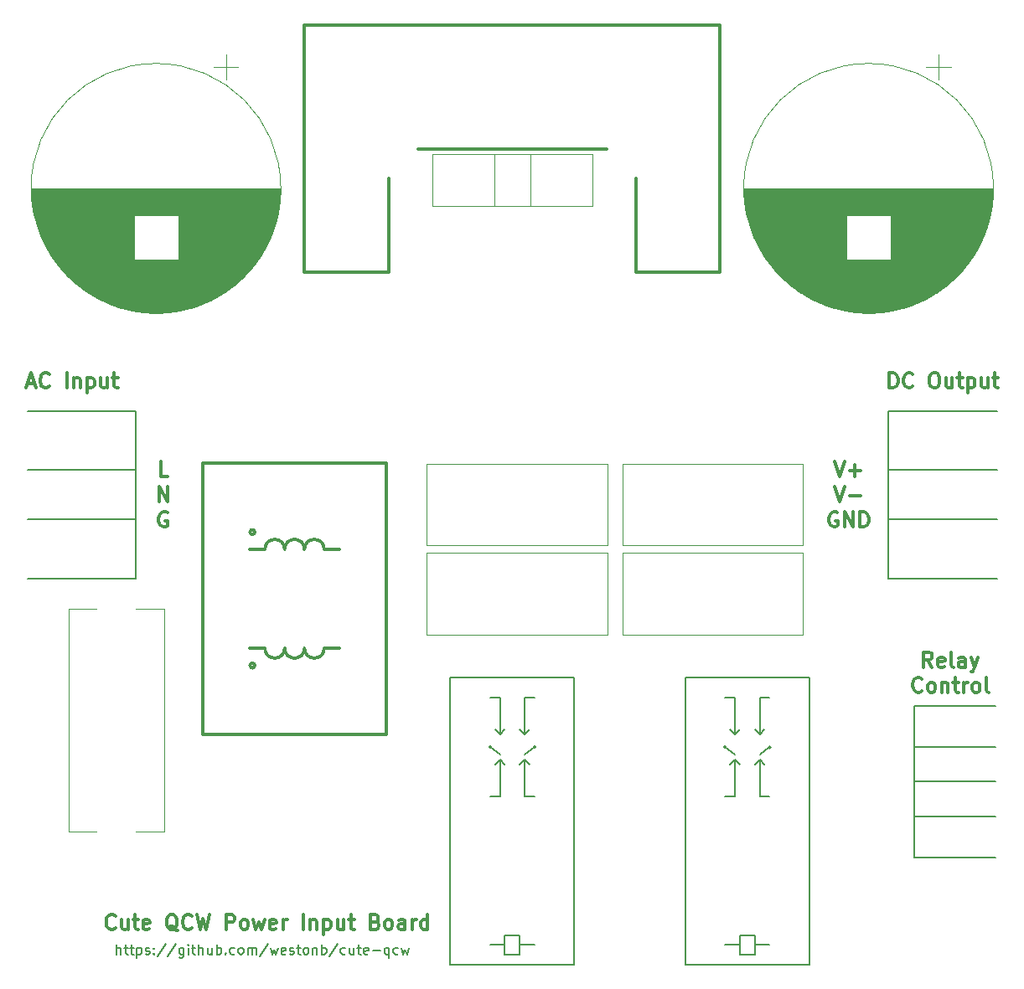
<source format=gbr>
G04 #@! TF.GenerationSoftware,KiCad,Pcbnew,5.0.2-bee76a0~70~ubuntu18.04.1*
G04 #@! TF.CreationDate,2019-01-25T00:46:31-08:00*
G04 #@! TF.ProjectId,power,706f7765-722e-46b6-9963-61645f706362,rev?*
G04 #@! TF.SameCoordinates,Original*
G04 #@! TF.FileFunction,Legend,Top*
G04 #@! TF.FilePolarity,Positive*
%FSLAX46Y46*%
G04 Gerber Fmt 4.6, Leading zero omitted, Abs format (unit mm)*
G04 Created by KiCad (PCBNEW 5.0.2-bee76a0~70~ubuntu18.04.1) date Fri 25 Jan 2019 12:46:31 AM PST*
%MOMM*%
%LPD*%
G01*
G04 APERTURE LIST*
%ADD10C,0.300000*%
%ADD11C,0.200000*%
%ADD12C,0.120000*%
%ADD13C,0.150000*%
G04 APERTURE END LIST*
D10*
X188107142Y-89178571D02*
X188107142Y-87678571D01*
X188464285Y-87678571D01*
X188678571Y-87750000D01*
X188821428Y-87892857D01*
X188892857Y-88035714D01*
X188964285Y-88321428D01*
X188964285Y-88535714D01*
X188892857Y-88821428D01*
X188821428Y-88964285D01*
X188678571Y-89107142D01*
X188464285Y-89178571D01*
X188107142Y-89178571D01*
X190464285Y-89035714D02*
X190392857Y-89107142D01*
X190178571Y-89178571D01*
X190035714Y-89178571D01*
X189821428Y-89107142D01*
X189678571Y-88964285D01*
X189607142Y-88821428D01*
X189535714Y-88535714D01*
X189535714Y-88321428D01*
X189607142Y-88035714D01*
X189678571Y-87892857D01*
X189821428Y-87750000D01*
X190035714Y-87678571D01*
X190178571Y-87678571D01*
X190392857Y-87750000D01*
X190464285Y-87821428D01*
X192535714Y-87678571D02*
X192821428Y-87678571D01*
X192964285Y-87750000D01*
X193107142Y-87892857D01*
X193178571Y-88178571D01*
X193178571Y-88678571D01*
X193107142Y-88964285D01*
X192964285Y-89107142D01*
X192821428Y-89178571D01*
X192535714Y-89178571D01*
X192392857Y-89107142D01*
X192250000Y-88964285D01*
X192178571Y-88678571D01*
X192178571Y-88178571D01*
X192250000Y-87892857D01*
X192392857Y-87750000D01*
X192535714Y-87678571D01*
X194464285Y-88178571D02*
X194464285Y-89178571D01*
X193821428Y-88178571D02*
X193821428Y-88964285D01*
X193892857Y-89107142D01*
X194035714Y-89178571D01*
X194250000Y-89178571D01*
X194392857Y-89107142D01*
X194464285Y-89035714D01*
X194964285Y-88178571D02*
X195535714Y-88178571D01*
X195178571Y-87678571D02*
X195178571Y-88964285D01*
X195250000Y-89107142D01*
X195392857Y-89178571D01*
X195535714Y-89178571D01*
X196035714Y-88178571D02*
X196035714Y-89678571D01*
X196035714Y-88250000D02*
X196178571Y-88178571D01*
X196464285Y-88178571D01*
X196607142Y-88250000D01*
X196678571Y-88321428D01*
X196750000Y-88464285D01*
X196750000Y-88892857D01*
X196678571Y-89035714D01*
X196607142Y-89107142D01*
X196464285Y-89178571D01*
X196178571Y-89178571D01*
X196035714Y-89107142D01*
X198035714Y-88178571D02*
X198035714Y-89178571D01*
X197392857Y-88178571D02*
X197392857Y-88964285D01*
X197464285Y-89107142D01*
X197607142Y-89178571D01*
X197821428Y-89178571D01*
X197964285Y-89107142D01*
X198035714Y-89035714D01*
X198535714Y-88178571D02*
X199107142Y-88178571D01*
X198750000Y-87678571D02*
X198750000Y-88964285D01*
X198821428Y-89107142D01*
X198964285Y-89178571D01*
X199107142Y-89178571D01*
X101000000Y-88750000D02*
X101714285Y-88750000D01*
X100857142Y-89178571D02*
X101357142Y-87678571D01*
X101857142Y-89178571D01*
X103214285Y-89035714D02*
X103142857Y-89107142D01*
X102928571Y-89178571D01*
X102785714Y-89178571D01*
X102571428Y-89107142D01*
X102428571Y-88964285D01*
X102357142Y-88821428D01*
X102285714Y-88535714D01*
X102285714Y-88321428D01*
X102357142Y-88035714D01*
X102428571Y-87892857D01*
X102571428Y-87750000D01*
X102785714Y-87678571D01*
X102928571Y-87678571D01*
X103142857Y-87750000D01*
X103214285Y-87821428D01*
X105000000Y-89178571D02*
X105000000Y-87678571D01*
X105714285Y-88178571D02*
X105714285Y-89178571D01*
X105714285Y-88321428D02*
X105785714Y-88250000D01*
X105928571Y-88178571D01*
X106142857Y-88178571D01*
X106285714Y-88250000D01*
X106357142Y-88392857D01*
X106357142Y-89178571D01*
X107071428Y-88178571D02*
X107071428Y-89678571D01*
X107071428Y-88250000D02*
X107214285Y-88178571D01*
X107500000Y-88178571D01*
X107642857Y-88250000D01*
X107714285Y-88321428D01*
X107785714Y-88464285D01*
X107785714Y-88892857D01*
X107714285Y-89035714D01*
X107642857Y-89107142D01*
X107500000Y-89178571D01*
X107214285Y-89178571D01*
X107071428Y-89107142D01*
X109071428Y-88178571D02*
X109071428Y-89178571D01*
X108428571Y-88178571D02*
X108428571Y-88964285D01*
X108500000Y-89107142D01*
X108642857Y-89178571D01*
X108857142Y-89178571D01*
X109000000Y-89107142D01*
X109071428Y-89035714D01*
X109571428Y-88178571D02*
X110142857Y-88178571D01*
X109785714Y-87678571D02*
X109785714Y-88964285D01*
X109857142Y-89107142D01*
X110000000Y-89178571D01*
X110142857Y-89178571D01*
D11*
X110035714Y-146452380D02*
X110035714Y-145452380D01*
X110464285Y-146452380D02*
X110464285Y-145928571D01*
X110416666Y-145833333D01*
X110321428Y-145785714D01*
X110178571Y-145785714D01*
X110083333Y-145833333D01*
X110035714Y-145880952D01*
X110797619Y-145785714D02*
X111178571Y-145785714D01*
X110940476Y-145452380D02*
X110940476Y-146309523D01*
X110988095Y-146404761D01*
X111083333Y-146452380D01*
X111178571Y-146452380D01*
X111369047Y-145785714D02*
X111750000Y-145785714D01*
X111511904Y-145452380D02*
X111511904Y-146309523D01*
X111559523Y-146404761D01*
X111654761Y-146452380D01*
X111750000Y-146452380D01*
X112083333Y-145785714D02*
X112083333Y-146785714D01*
X112083333Y-145833333D02*
X112178571Y-145785714D01*
X112369047Y-145785714D01*
X112464285Y-145833333D01*
X112511904Y-145880952D01*
X112559523Y-145976190D01*
X112559523Y-146261904D01*
X112511904Y-146357142D01*
X112464285Y-146404761D01*
X112369047Y-146452380D01*
X112178571Y-146452380D01*
X112083333Y-146404761D01*
X112940476Y-146404761D02*
X113035714Y-146452380D01*
X113226190Y-146452380D01*
X113321428Y-146404761D01*
X113369047Y-146309523D01*
X113369047Y-146261904D01*
X113321428Y-146166666D01*
X113226190Y-146119047D01*
X113083333Y-146119047D01*
X112988095Y-146071428D01*
X112940476Y-145976190D01*
X112940476Y-145928571D01*
X112988095Y-145833333D01*
X113083333Y-145785714D01*
X113226190Y-145785714D01*
X113321428Y-145833333D01*
X113797619Y-146357142D02*
X113845238Y-146404761D01*
X113797619Y-146452380D01*
X113750000Y-146404761D01*
X113797619Y-146357142D01*
X113797619Y-146452380D01*
X113797619Y-145833333D02*
X113845238Y-145880952D01*
X113797619Y-145928571D01*
X113750000Y-145880952D01*
X113797619Y-145833333D01*
X113797619Y-145928571D01*
X114988095Y-145404761D02*
X114130952Y-146690476D01*
X116035714Y-145404761D02*
X115178571Y-146690476D01*
X116797619Y-145785714D02*
X116797619Y-146595238D01*
X116750000Y-146690476D01*
X116702380Y-146738095D01*
X116607142Y-146785714D01*
X116464285Y-146785714D01*
X116369047Y-146738095D01*
X116797619Y-146404761D02*
X116702380Y-146452380D01*
X116511904Y-146452380D01*
X116416666Y-146404761D01*
X116369047Y-146357142D01*
X116321428Y-146261904D01*
X116321428Y-145976190D01*
X116369047Y-145880952D01*
X116416666Y-145833333D01*
X116511904Y-145785714D01*
X116702380Y-145785714D01*
X116797619Y-145833333D01*
X117273809Y-146452380D02*
X117273809Y-145785714D01*
X117273809Y-145452380D02*
X117226190Y-145500000D01*
X117273809Y-145547619D01*
X117321428Y-145500000D01*
X117273809Y-145452380D01*
X117273809Y-145547619D01*
X117607142Y-145785714D02*
X117988095Y-145785714D01*
X117750000Y-145452380D02*
X117750000Y-146309523D01*
X117797619Y-146404761D01*
X117892857Y-146452380D01*
X117988095Y-146452380D01*
X118321428Y-146452380D02*
X118321428Y-145452380D01*
X118750000Y-146452380D02*
X118750000Y-145928571D01*
X118702380Y-145833333D01*
X118607142Y-145785714D01*
X118464285Y-145785714D01*
X118369047Y-145833333D01*
X118321428Y-145880952D01*
X119654761Y-145785714D02*
X119654761Y-146452380D01*
X119226190Y-145785714D02*
X119226190Y-146309523D01*
X119273809Y-146404761D01*
X119369047Y-146452380D01*
X119511904Y-146452380D01*
X119607142Y-146404761D01*
X119654761Y-146357142D01*
X120130952Y-146452380D02*
X120130952Y-145452380D01*
X120130952Y-145833333D02*
X120226190Y-145785714D01*
X120416666Y-145785714D01*
X120511904Y-145833333D01*
X120559523Y-145880952D01*
X120607142Y-145976190D01*
X120607142Y-146261904D01*
X120559523Y-146357142D01*
X120511904Y-146404761D01*
X120416666Y-146452380D01*
X120226190Y-146452380D01*
X120130952Y-146404761D01*
X121035714Y-146357142D02*
X121083333Y-146404761D01*
X121035714Y-146452380D01*
X120988095Y-146404761D01*
X121035714Y-146357142D01*
X121035714Y-146452380D01*
X121940476Y-146404761D02*
X121845238Y-146452380D01*
X121654761Y-146452380D01*
X121559523Y-146404761D01*
X121511904Y-146357142D01*
X121464285Y-146261904D01*
X121464285Y-145976190D01*
X121511904Y-145880952D01*
X121559523Y-145833333D01*
X121654761Y-145785714D01*
X121845238Y-145785714D01*
X121940476Y-145833333D01*
X122511904Y-146452380D02*
X122416666Y-146404761D01*
X122369047Y-146357142D01*
X122321428Y-146261904D01*
X122321428Y-145976190D01*
X122369047Y-145880952D01*
X122416666Y-145833333D01*
X122511904Y-145785714D01*
X122654761Y-145785714D01*
X122750000Y-145833333D01*
X122797619Y-145880952D01*
X122845238Y-145976190D01*
X122845238Y-146261904D01*
X122797619Y-146357142D01*
X122750000Y-146404761D01*
X122654761Y-146452380D01*
X122511904Y-146452380D01*
X123273809Y-146452380D02*
X123273809Y-145785714D01*
X123273809Y-145880952D02*
X123321428Y-145833333D01*
X123416666Y-145785714D01*
X123559523Y-145785714D01*
X123654761Y-145833333D01*
X123702380Y-145928571D01*
X123702380Y-146452380D01*
X123702380Y-145928571D02*
X123750000Y-145833333D01*
X123845238Y-145785714D01*
X123988095Y-145785714D01*
X124083333Y-145833333D01*
X124130952Y-145928571D01*
X124130952Y-146452380D01*
X125321428Y-145404761D02*
X124464285Y-146690476D01*
X125559523Y-145785714D02*
X125750000Y-146452380D01*
X125940476Y-145976190D01*
X126130952Y-146452380D01*
X126321428Y-145785714D01*
X127083333Y-146404761D02*
X126988095Y-146452380D01*
X126797619Y-146452380D01*
X126702380Y-146404761D01*
X126654761Y-146309523D01*
X126654761Y-145928571D01*
X126702380Y-145833333D01*
X126797619Y-145785714D01*
X126988095Y-145785714D01*
X127083333Y-145833333D01*
X127130952Y-145928571D01*
X127130952Y-146023809D01*
X126654761Y-146119047D01*
X127511904Y-146404761D02*
X127607142Y-146452380D01*
X127797619Y-146452380D01*
X127892857Y-146404761D01*
X127940476Y-146309523D01*
X127940476Y-146261904D01*
X127892857Y-146166666D01*
X127797619Y-146119047D01*
X127654761Y-146119047D01*
X127559523Y-146071428D01*
X127511904Y-145976190D01*
X127511904Y-145928571D01*
X127559523Y-145833333D01*
X127654761Y-145785714D01*
X127797619Y-145785714D01*
X127892857Y-145833333D01*
X128226190Y-145785714D02*
X128607142Y-145785714D01*
X128369047Y-145452380D02*
X128369047Y-146309523D01*
X128416666Y-146404761D01*
X128511904Y-146452380D01*
X128607142Y-146452380D01*
X129083333Y-146452380D02*
X128988095Y-146404761D01*
X128940476Y-146357142D01*
X128892857Y-146261904D01*
X128892857Y-145976190D01*
X128940476Y-145880952D01*
X128988095Y-145833333D01*
X129083333Y-145785714D01*
X129226190Y-145785714D01*
X129321428Y-145833333D01*
X129369047Y-145880952D01*
X129416666Y-145976190D01*
X129416666Y-146261904D01*
X129369047Y-146357142D01*
X129321428Y-146404761D01*
X129226190Y-146452380D01*
X129083333Y-146452380D01*
X129845238Y-145785714D02*
X129845238Y-146452380D01*
X129845238Y-145880952D02*
X129892857Y-145833333D01*
X129988095Y-145785714D01*
X130130952Y-145785714D01*
X130226190Y-145833333D01*
X130273809Y-145928571D01*
X130273809Y-146452380D01*
X130750000Y-146452380D02*
X130750000Y-145452380D01*
X130750000Y-145833333D02*
X130845238Y-145785714D01*
X131035714Y-145785714D01*
X131130952Y-145833333D01*
X131178571Y-145880952D01*
X131226190Y-145976190D01*
X131226190Y-146261904D01*
X131178571Y-146357142D01*
X131130952Y-146404761D01*
X131035714Y-146452380D01*
X130845238Y-146452380D01*
X130750000Y-146404761D01*
X132369047Y-145404761D02*
X131511904Y-146690476D01*
X133130952Y-146404761D02*
X133035714Y-146452380D01*
X132845238Y-146452380D01*
X132750000Y-146404761D01*
X132702380Y-146357142D01*
X132654761Y-146261904D01*
X132654761Y-145976190D01*
X132702380Y-145880952D01*
X132750000Y-145833333D01*
X132845238Y-145785714D01*
X133035714Y-145785714D01*
X133130952Y-145833333D01*
X133988095Y-145785714D02*
X133988095Y-146452380D01*
X133559523Y-145785714D02*
X133559523Y-146309523D01*
X133607142Y-146404761D01*
X133702380Y-146452380D01*
X133845238Y-146452380D01*
X133940476Y-146404761D01*
X133988095Y-146357142D01*
X134321428Y-145785714D02*
X134702380Y-145785714D01*
X134464285Y-145452380D02*
X134464285Y-146309523D01*
X134511904Y-146404761D01*
X134607142Y-146452380D01*
X134702380Y-146452380D01*
X135416666Y-146404761D02*
X135321428Y-146452380D01*
X135130952Y-146452380D01*
X135035714Y-146404761D01*
X134988095Y-146309523D01*
X134988095Y-145928571D01*
X135035714Y-145833333D01*
X135130952Y-145785714D01*
X135321428Y-145785714D01*
X135416666Y-145833333D01*
X135464285Y-145928571D01*
X135464285Y-146023809D01*
X134988095Y-146119047D01*
X135892857Y-146071428D02*
X136654761Y-146071428D01*
X137559523Y-145785714D02*
X137559523Y-146785714D01*
X137559523Y-146404761D02*
X137464285Y-146452380D01*
X137273809Y-146452380D01*
X137178571Y-146404761D01*
X137130952Y-146357142D01*
X137083333Y-146261904D01*
X137083333Y-145976190D01*
X137130952Y-145880952D01*
X137178571Y-145833333D01*
X137273809Y-145785714D01*
X137464285Y-145785714D01*
X137559523Y-145833333D01*
X138464285Y-146404761D02*
X138369047Y-146452380D01*
X138178571Y-146452380D01*
X138083333Y-146404761D01*
X138035714Y-146357142D01*
X137988095Y-146261904D01*
X137988095Y-145976190D01*
X138035714Y-145880952D01*
X138083333Y-145833333D01*
X138178571Y-145785714D01*
X138369047Y-145785714D01*
X138464285Y-145833333D01*
X138797619Y-145785714D02*
X138988095Y-146452380D01*
X139178571Y-145976190D01*
X139369047Y-146452380D01*
X139559523Y-145785714D01*
D10*
X109892857Y-143785714D02*
X109821428Y-143857142D01*
X109607142Y-143928571D01*
X109464285Y-143928571D01*
X109250000Y-143857142D01*
X109107142Y-143714285D01*
X109035714Y-143571428D01*
X108964285Y-143285714D01*
X108964285Y-143071428D01*
X109035714Y-142785714D01*
X109107142Y-142642857D01*
X109250000Y-142500000D01*
X109464285Y-142428571D01*
X109607142Y-142428571D01*
X109821428Y-142500000D01*
X109892857Y-142571428D01*
X111178571Y-142928571D02*
X111178571Y-143928571D01*
X110535714Y-142928571D02*
X110535714Y-143714285D01*
X110607142Y-143857142D01*
X110750000Y-143928571D01*
X110964285Y-143928571D01*
X111107142Y-143857142D01*
X111178571Y-143785714D01*
X111678571Y-142928571D02*
X112250000Y-142928571D01*
X111892857Y-142428571D02*
X111892857Y-143714285D01*
X111964285Y-143857142D01*
X112107142Y-143928571D01*
X112250000Y-143928571D01*
X113321428Y-143857142D02*
X113178571Y-143928571D01*
X112892857Y-143928571D01*
X112750000Y-143857142D01*
X112678571Y-143714285D01*
X112678571Y-143142857D01*
X112750000Y-143000000D01*
X112892857Y-142928571D01*
X113178571Y-142928571D01*
X113321428Y-143000000D01*
X113392857Y-143142857D01*
X113392857Y-143285714D01*
X112678571Y-143428571D01*
X116178571Y-144071428D02*
X116035714Y-144000000D01*
X115892857Y-143857142D01*
X115678571Y-143642857D01*
X115535714Y-143571428D01*
X115392857Y-143571428D01*
X115464285Y-143928571D02*
X115321428Y-143857142D01*
X115178571Y-143714285D01*
X115107142Y-143428571D01*
X115107142Y-142928571D01*
X115178571Y-142642857D01*
X115321428Y-142500000D01*
X115464285Y-142428571D01*
X115750000Y-142428571D01*
X115892857Y-142500000D01*
X116035714Y-142642857D01*
X116107142Y-142928571D01*
X116107142Y-143428571D01*
X116035714Y-143714285D01*
X115892857Y-143857142D01*
X115750000Y-143928571D01*
X115464285Y-143928571D01*
X117607142Y-143785714D02*
X117535714Y-143857142D01*
X117321428Y-143928571D01*
X117178571Y-143928571D01*
X116964285Y-143857142D01*
X116821428Y-143714285D01*
X116750000Y-143571428D01*
X116678571Y-143285714D01*
X116678571Y-143071428D01*
X116750000Y-142785714D01*
X116821428Y-142642857D01*
X116964285Y-142500000D01*
X117178571Y-142428571D01*
X117321428Y-142428571D01*
X117535714Y-142500000D01*
X117607142Y-142571428D01*
X118107142Y-142428571D02*
X118464285Y-143928571D01*
X118750000Y-142857142D01*
X119035714Y-143928571D01*
X119392857Y-142428571D01*
X121107142Y-143928571D02*
X121107142Y-142428571D01*
X121678571Y-142428571D01*
X121821428Y-142500000D01*
X121892857Y-142571428D01*
X121964285Y-142714285D01*
X121964285Y-142928571D01*
X121892857Y-143071428D01*
X121821428Y-143142857D01*
X121678571Y-143214285D01*
X121107142Y-143214285D01*
X122821428Y-143928571D02*
X122678571Y-143857142D01*
X122607142Y-143785714D01*
X122535714Y-143642857D01*
X122535714Y-143214285D01*
X122607142Y-143071428D01*
X122678571Y-143000000D01*
X122821428Y-142928571D01*
X123035714Y-142928571D01*
X123178571Y-143000000D01*
X123250000Y-143071428D01*
X123321428Y-143214285D01*
X123321428Y-143642857D01*
X123250000Y-143785714D01*
X123178571Y-143857142D01*
X123035714Y-143928571D01*
X122821428Y-143928571D01*
X123821428Y-142928571D02*
X124107142Y-143928571D01*
X124392857Y-143214285D01*
X124678571Y-143928571D01*
X124964285Y-142928571D01*
X126107142Y-143857142D02*
X125964285Y-143928571D01*
X125678571Y-143928571D01*
X125535714Y-143857142D01*
X125464285Y-143714285D01*
X125464285Y-143142857D01*
X125535714Y-143000000D01*
X125678571Y-142928571D01*
X125964285Y-142928571D01*
X126107142Y-143000000D01*
X126178571Y-143142857D01*
X126178571Y-143285714D01*
X125464285Y-143428571D01*
X126821428Y-143928571D02*
X126821428Y-142928571D01*
X126821428Y-143214285D02*
X126892857Y-143071428D01*
X126964285Y-143000000D01*
X127107142Y-142928571D01*
X127250000Y-142928571D01*
X128892857Y-143928571D02*
X128892857Y-142428571D01*
X129607142Y-142928571D02*
X129607142Y-143928571D01*
X129607142Y-143071428D02*
X129678571Y-143000000D01*
X129821428Y-142928571D01*
X130035714Y-142928571D01*
X130178571Y-143000000D01*
X130250000Y-143142857D01*
X130250000Y-143928571D01*
X130964285Y-142928571D02*
X130964285Y-144428571D01*
X130964285Y-143000000D02*
X131107142Y-142928571D01*
X131392857Y-142928571D01*
X131535714Y-143000000D01*
X131607142Y-143071428D01*
X131678571Y-143214285D01*
X131678571Y-143642857D01*
X131607142Y-143785714D01*
X131535714Y-143857142D01*
X131392857Y-143928571D01*
X131107142Y-143928571D01*
X130964285Y-143857142D01*
X132964285Y-142928571D02*
X132964285Y-143928571D01*
X132321428Y-142928571D02*
X132321428Y-143714285D01*
X132392857Y-143857142D01*
X132535714Y-143928571D01*
X132750000Y-143928571D01*
X132892857Y-143857142D01*
X132964285Y-143785714D01*
X133464285Y-142928571D02*
X134035714Y-142928571D01*
X133678571Y-142428571D02*
X133678571Y-143714285D01*
X133750000Y-143857142D01*
X133892857Y-143928571D01*
X134035714Y-143928571D01*
X136178571Y-143142857D02*
X136392857Y-143214285D01*
X136464285Y-143285714D01*
X136535714Y-143428571D01*
X136535714Y-143642857D01*
X136464285Y-143785714D01*
X136392857Y-143857142D01*
X136250000Y-143928571D01*
X135678571Y-143928571D01*
X135678571Y-142428571D01*
X136178571Y-142428571D01*
X136321428Y-142500000D01*
X136392857Y-142571428D01*
X136464285Y-142714285D01*
X136464285Y-142857142D01*
X136392857Y-143000000D01*
X136321428Y-143071428D01*
X136178571Y-143142857D01*
X135678571Y-143142857D01*
X137392857Y-143928571D02*
X137250000Y-143857142D01*
X137178571Y-143785714D01*
X137107142Y-143642857D01*
X137107142Y-143214285D01*
X137178571Y-143071428D01*
X137250000Y-143000000D01*
X137392857Y-142928571D01*
X137607142Y-142928571D01*
X137750000Y-143000000D01*
X137821428Y-143071428D01*
X137892857Y-143214285D01*
X137892857Y-143642857D01*
X137821428Y-143785714D01*
X137750000Y-143857142D01*
X137607142Y-143928571D01*
X137392857Y-143928571D01*
X139178571Y-143928571D02*
X139178571Y-143142857D01*
X139107142Y-143000000D01*
X138964285Y-142928571D01*
X138678571Y-142928571D01*
X138535714Y-143000000D01*
X139178571Y-143857142D02*
X139035714Y-143928571D01*
X138678571Y-143928571D01*
X138535714Y-143857142D01*
X138464285Y-143714285D01*
X138464285Y-143571428D01*
X138535714Y-143428571D01*
X138678571Y-143357142D01*
X139035714Y-143357142D01*
X139178571Y-143285714D01*
X139892857Y-143928571D02*
X139892857Y-142928571D01*
X139892857Y-143214285D02*
X139964285Y-143071428D01*
X140035714Y-143000000D01*
X140178571Y-142928571D01*
X140321428Y-142928571D01*
X141464285Y-143928571D02*
X141464285Y-142428571D01*
X141464285Y-143857142D02*
X141321428Y-143928571D01*
X141035714Y-143928571D01*
X140892857Y-143857142D01*
X140821428Y-143785714D01*
X140750000Y-143642857D01*
X140750000Y-143214285D01*
X140821428Y-143071428D01*
X140892857Y-143000000D01*
X141035714Y-142928571D01*
X141321428Y-142928571D01*
X141464285Y-143000000D01*
X115214285Y-98128571D02*
X114500000Y-98128571D01*
X114500000Y-96628571D01*
X114321428Y-100678571D02*
X114321428Y-99178571D01*
X115178571Y-100678571D01*
X115178571Y-99178571D01*
X115142857Y-101800000D02*
X115000000Y-101728571D01*
X114785714Y-101728571D01*
X114571428Y-101800000D01*
X114428571Y-101942857D01*
X114357142Y-102085714D01*
X114285714Y-102371428D01*
X114285714Y-102585714D01*
X114357142Y-102871428D01*
X114428571Y-103014285D01*
X114571428Y-103157142D01*
X114785714Y-103228571D01*
X114928571Y-103228571D01*
X115142857Y-103157142D01*
X115214285Y-103085714D01*
X115214285Y-102585714D01*
X114928571Y-102585714D01*
X182571428Y-96628571D02*
X183071428Y-98128571D01*
X183571428Y-96628571D01*
X184071428Y-97557142D02*
X185214285Y-97557142D01*
X184642857Y-98128571D02*
X184642857Y-96985714D01*
X182571428Y-99178571D02*
X183071428Y-100678571D01*
X183571428Y-99178571D01*
X184071428Y-100107142D02*
X185214285Y-100107142D01*
X182857142Y-101800000D02*
X182714285Y-101728571D01*
X182500000Y-101728571D01*
X182285714Y-101800000D01*
X182142857Y-101942857D01*
X182071428Y-102085714D01*
X182000000Y-102371428D01*
X182000000Y-102585714D01*
X182071428Y-102871428D01*
X182142857Y-103014285D01*
X182285714Y-103157142D01*
X182500000Y-103228571D01*
X182642857Y-103228571D01*
X182857142Y-103157142D01*
X182928571Y-103085714D01*
X182928571Y-102585714D01*
X182642857Y-102585714D01*
X183571428Y-103228571D02*
X183571428Y-101728571D01*
X184428571Y-103228571D01*
X184428571Y-101728571D01*
X185142857Y-103228571D02*
X185142857Y-101728571D01*
X185500000Y-101728571D01*
X185714285Y-101800000D01*
X185857142Y-101942857D01*
X185928571Y-102085714D01*
X186000000Y-102371428D01*
X186000000Y-102585714D01*
X185928571Y-102871428D01*
X185857142Y-103014285D01*
X185714285Y-103157142D01*
X185500000Y-103228571D01*
X185142857Y-103228571D01*
X192428571Y-117403571D02*
X191928571Y-116689285D01*
X191571428Y-117403571D02*
X191571428Y-115903571D01*
X192142857Y-115903571D01*
X192285714Y-115975000D01*
X192357142Y-116046428D01*
X192428571Y-116189285D01*
X192428571Y-116403571D01*
X192357142Y-116546428D01*
X192285714Y-116617857D01*
X192142857Y-116689285D01*
X191571428Y-116689285D01*
X193642857Y-117332142D02*
X193500000Y-117403571D01*
X193214285Y-117403571D01*
X193071428Y-117332142D01*
X193000000Y-117189285D01*
X193000000Y-116617857D01*
X193071428Y-116475000D01*
X193214285Y-116403571D01*
X193500000Y-116403571D01*
X193642857Y-116475000D01*
X193714285Y-116617857D01*
X193714285Y-116760714D01*
X193000000Y-116903571D01*
X194571428Y-117403571D02*
X194428571Y-117332142D01*
X194357142Y-117189285D01*
X194357142Y-115903571D01*
X195785714Y-117403571D02*
X195785714Y-116617857D01*
X195714285Y-116475000D01*
X195571428Y-116403571D01*
X195285714Y-116403571D01*
X195142857Y-116475000D01*
X195785714Y-117332142D02*
X195642857Y-117403571D01*
X195285714Y-117403571D01*
X195142857Y-117332142D01*
X195071428Y-117189285D01*
X195071428Y-117046428D01*
X195142857Y-116903571D01*
X195285714Y-116832142D01*
X195642857Y-116832142D01*
X195785714Y-116760714D01*
X196357142Y-116403571D02*
X196714285Y-117403571D01*
X197071428Y-116403571D02*
X196714285Y-117403571D01*
X196571428Y-117760714D01*
X196500000Y-117832142D01*
X196357142Y-117903571D01*
X191392857Y-119810714D02*
X191321428Y-119882142D01*
X191107142Y-119953571D01*
X190964285Y-119953571D01*
X190750000Y-119882142D01*
X190607142Y-119739285D01*
X190535714Y-119596428D01*
X190464285Y-119310714D01*
X190464285Y-119096428D01*
X190535714Y-118810714D01*
X190607142Y-118667857D01*
X190750000Y-118525000D01*
X190964285Y-118453571D01*
X191107142Y-118453571D01*
X191321428Y-118525000D01*
X191392857Y-118596428D01*
X192250000Y-119953571D02*
X192107142Y-119882142D01*
X192035714Y-119810714D01*
X191964285Y-119667857D01*
X191964285Y-119239285D01*
X192035714Y-119096428D01*
X192107142Y-119025000D01*
X192250000Y-118953571D01*
X192464285Y-118953571D01*
X192607142Y-119025000D01*
X192678571Y-119096428D01*
X192750000Y-119239285D01*
X192750000Y-119667857D01*
X192678571Y-119810714D01*
X192607142Y-119882142D01*
X192464285Y-119953571D01*
X192250000Y-119953571D01*
X193392857Y-118953571D02*
X193392857Y-119953571D01*
X193392857Y-119096428D02*
X193464285Y-119025000D01*
X193607142Y-118953571D01*
X193821428Y-118953571D01*
X193964285Y-119025000D01*
X194035714Y-119167857D01*
X194035714Y-119953571D01*
X194535714Y-118953571D02*
X195107142Y-118953571D01*
X194750000Y-118453571D02*
X194750000Y-119739285D01*
X194821428Y-119882142D01*
X194964285Y-119953571D01*
X195107142Y-119953571D01*
X195607142Y-119953571D02*
X195607142Y-118953571D01*
X195607142Y-119239285D02*
X195678571Y-119096428D01*
X195750000Y-119025000D01*
X195892857Y-118953571D01*
X196035714Y-118953571D01*
X196750000Y-119953571D02*
X196607142Y-119882142D01*
X196535714Y-119810714D01*
X196464285Y-119667857D01*
X196464285Y-119239285D01*
X196535714Y-119096428D01*
X196607142Y-119025000D01*
X196750000Y-118953571D01*
X196964285Y-118953571D01*
X197107142Y-119025000D01*
X197178571Y-119096428D01*
X197250000Y-119239285D01*
X197250000Y-119667857D01*
X197178571Y-119810714D01*
X197107142Y-119882142D01*
X196964285Y-119953571D01*
X196750000Y-119953571D01*
X198107142Y-119953571D02*
X197964285Y-119882142D01*
X197892857Y-119739285D01*
X197892857Y-118453571D01*
D12*
G04 #@! TO.C,D1001*
X141930000Y-65549000D02*
X158070000Y-65549000D01*
X141930000Y-70820000D02*
X158070000Y-70820000D01*
X141930000Y-65549000D02*
X141930000Y-70820000D01*
X158070000Y-65549000D02*
X158070000Y-70820000D01*
X148196000Y-65549000D02*
X148196000Y-70820000D01*
X151805000Y-65549000D02*
X151805000Y-70820000D01*
G04 #@! TO.C,F1001*
X114800000Y-111500000D02*
X112000000Y-111500000D01*
X108000000Y-111500000D02*
X105200000Y-111500000D01*
X108000000Y-134000000D02*
X105200000Y-134000000D01*
X105200000Y-134000000D02*
X105200000Y-111500000D01*
X114800000Y-134000000D02*
X114800000Y-111500000D01*
X114800000Y-134000000D02*
X112000000Y-134000000D01*
D10*
G04 #@! TO.C,HS1001*
X162500000Y-68000000D02*
X162500000Y-77500000D01*
X137500000Y-68000000D02*
X137500000Y-77500000D01*
X162500000Y-77500000D02*
X171000000Y-77500000D01*
X171000000Y-77500000D02*
X171000000Y-52500000D01*
X171000000Y-52500000D02*
X129000000Y-52500000D01*
X129000000Y-52500000D02*
X129000000Y-77500000D01*
X129000000Y-77500000D02*
X137500000Y-77500000D01*
X140500000Y-65000000D02*
X159500000Y-65000000D01*
D13*
G04 #@! TO.C,K1001*
X147750000Y-145500000D02*
X149250000Y-145500000D01*
X150750000Y-146500000D02*
X149250000Y-146500000D01*
X150750000Y-145500000D02*
X152250000Y-145500000D01*
X149250000Y-146500000D02*
X149250000Y-144500000D01*
X149250000Y-144500000D02*
X150750000Y-144500000D01*
X150750000Y-144500000D02*
X150750000Y-146500000D01*
X147750000Y-130500000D02*
X148750000Y-130500000D01*
D11*
X147875000Y-125500000D02*
G75*
G03X147875000Y-125500000I-125000J0D01*
G01*
D13*
X147750000Y-125500000D02*
X148750000Y-126250000D01*
X148750000Y-126750000D02*
X148250000Y-127250000D01*
X148750000Y-126750000D02*
X149250000Y-127250000D01*
X148750000Y-126750000D02*
X148750000Y-130500000D01*
X148750000Y-124250000D02*
X148250000Y-123750000D01*
X148750000Y-124250000D02*
X149250000Y-123750000D01*
X148750000Y-124250000D02*
X148750000Y-120500000D01*
X148750000Y-120500000D02*
X147750000Y-120500000D01*
D11*
X152375000Y-125500000D02*
G75*
G03X152375000Y-125500000I-125000J0D01*
G01*
D13*
X152250000Y-130500000D02*
X151250000Y-130500000D01*
X151250000Y-130500000D02*
X151250000Y-126750000D01*
X151250000Y-126750000D02*
X150750000Y-127250000D01*
X151250000Y-126750000D02*
X151750000Y-127250000D01*
X152250000Y-125500000D02*
X151250000Y-126250000D01*
X152250000Y-120500000D02*
X151250000Y-120500000D01*
X151250000Y-120500000D02*
X151250000Y-124250000D01*
X151250000Y-124250000D02*
X150750000Y-123750000D01*
X151250000Y-124250000D02*
X151750000Y-123750000D01*
X143750000Y-147500000D02*
X143750000Y-118500000D01*
X143750000Y-118500000D02*
X156250000Y-118500000D01*
X156250000Y-118500000D02*
X156250000Y-147500000D01*
X156250000Y-147500000D02*
X143750000Y-147500000D01*
G04 #@! TO.C,K1002*
X180000000Y-147500000D02*
X167500000Y-147500000D01*
X180000000Y-118500000D02*
X180000000Y-147500000D01*
X167500000Y-118500000D02*
X180000000Y-118500000D01*
X167500000Y-147500000D02*
X167500000Y-118500000D01*
X175000000Y-124250000D02*
X175500000Y-123750000D01*
X175000000Y-124250000D02*
X174500000Y-123750000D01*
X175000000Y-120500000D02*
X175000000Y-124250000D01*
X176000000Y-120500000D02*
X175000000Y-120500000D01*
X176000000Y-125500000D02*
X175000000Y-126250000D01*
X175000000Y-126750000D02*
X175500000Y-127250000D01*
X175000000Y-126750000D02*
X174500000Y-127250000D01*
X175000000Y-130500000D02*
X175000000Y-126750000D01*
X176000000Y-130500000D02*
X175000000Y-130500000D01*
D11*
X176125000Y-125500000D02*
G75*
G03X176125000Y-125500000I-125000J0D01*
G01*
D13*
X172500000Y-120500000D02*
X171500000Y-120500000D01*
X172500000Y-124250000D02*
X172500000Y-120500000D01*
X172500000Y-124250000D02*
X173000000Y-123750000D01*
X172500000Y-124250000D02*
X172000000Y-123750000D01*
X172500000Y-126750000D02*
X172500000Y-130500000D01*
X172500000Y-126750000D02*
X173000000Y-127250000D01*
X172500000Y-126750000D02*
X172000000Y-127250000D01*
X171500000Y-125500000D02*
X172500000Y-126250000D01*
D11*
X171625000Y-125500000D02*
G75*
G03X171625000Y-125500000I-125000J0D01*
G01*
D13*
X171500000Y-130500000D02*
X172500000Y-130500000D01*
X174500000Y-144500000D02*
X174500000Y-146500000D01*
X173000000Y-144500000D02*
X174500000Y-144500000D01*
X173000000Y-146500000D02*
X173000000Y-144500000D01*
X174500000Y-145500000D02*
X176000000Y-145500000D01*
X174500000Y-146500000D02*
X173000000Y-146500000D01*
X171500000Y-145500000D02*
X173000000Y-145500000D01*
D12*
G04 #@! TO.C,C1001*
X126620000Y-69000000D02*
G75*
G03X126620000Y-69000000I-12620000J0D01*
G01*
X126581000Y-69000000D02*
X101419000Y-69000000D01*
X126580000Y-69040000D02*
X101420000Y-69040000D01*
X126580000Y-69080000D02*
X101420000Y-69080000D01*
X126580000Y-69120000D02*
X101420000Y-69120000D01*
X126579000Y-69160000D02*
X101421000Y-69160000D01*
X126579000Y-69200000D02*
X101421000Y-69200000D01*
X126578000Y-69240000D02*
X101422000Y-69240000D01*
X126577000Y-69280000D02*
X101423000Y-69280000D01*
X126576000Y-69320000D02*
X101424000Y-69320000D01*
X126575000Y-69360000D02*
X101425000Y-69360000D01*
X126574000Y-69400000D02*
X101426000Y-69400000D01*
X126573000Y-69440000D02*
X101427000Y-69440000D01*
X126571000Y-69480000D02*
X101429000Y-69480000D01*
X126570000Y-69520000D02*
X101430000Y-69520000D01*
X126568000Y-69560000D02*
X101432000Y-69560000D01*
X126566000Y-69600000D02*
X101434000Y-69600000D01*
X126564000Y-69640000D02*
X101436000Y-69640000D01*
X126562000Y-69680000D02*
X101438000Y-69680000D01*
X126560000Y-69721000D02*
X101440000Y-69721000D01*
X126558000Y-69761000D02*
X101442000Y-69761000D01*
X126555000Y-69801000D02*
X101445000Y-69801000D01*
X126553000Y-69841000D02*
X101447000Y-69841000D01*
X126550000Y-69881000D02*
X101450000Y-69881000D01*
X126547000Y-69921000D02*
X101453000Y-69921000D01*
X126544000Y-69961000D02*
X101456000Y-69961000D01*
X126541000Y-70001000D02*
X101459000Y-70001000D01*
X126538000Y-70041000D02*
X101462000Y-70041000D01*
X126534000Y-70081000D02*
X101466000Y-70081000D01*
X126531000Y-70121000D02*
X101469000Y-70121000D01*
X126527000Y-70161000D02*
X101473000Y-70161000D01*
X126523000Y-70201000D02*
X101477000Y-70201000D01*
X126519000Y-70241000D02*
X101481000Y-70241000D01*
X126515000Y-70281000D02*
X101485000Y-70281000D01*
X126511000Y-70321000D02*
X101489000Y-70321000D01*
X126507000Y-70361000D02*
X101493000Y-70361000D01*
X126503000Y-70401000D02*
X101497000Y-70401000D01*
X126498000Y-70441000D02*
X101502000Y-70441000D01*
X126493000Y-70481000D02*
X101507000Y-70481000D01*
X126489000Y-70521000D02*
X101511000Y-70521000D01*
X126484000Y-70561000D02*
X101516000Y-70561000D01*
X126479000Y-70601000D02*
X101521000Y-70601000D01*
X126473000Y-70641000D02*
X101527000Y-70641000D01*
X126468000Y-70681000D02*
X101532000Y-70681000D01*
X126463000Y-70721000D02*
X101537000Y-70721000D01*
X126457000Y-70761000D02*
X101543000Y-70761000D01*
X126451000Y-70801000D02*
X101549000Y-70801000D01*
X126446000Y-70841000D02*
X101554000Y-70841000D01*
X126440000Y-70881000D02*
X101560000Y-70881000D01*
X126434000Y-70921000D02*
X101566000Y-70921000D01*
X126427000Y-70961000D02*
X101573000Y-70961000D01*
X126421000Y-71001000D02*
X101579000Y-71001000D01*
X126415000Y-71041000D02*
X101585000Y-71041000D01*
X126408000Y-71081000D02*
X101592000Y-71081000D01*
X126401000Y-71121000D02*
X101599000Y-71121000D01*
X126394000Y-71161000D02*
X101606000Y-71161000D01*
X126387000Y-71201000D02*
X101613000Y-71201000D01*
X126380000Y-71241000D02*
X101620000Y-71241000D01*
X126373000Y-71281000D02*
X101627000Y-71281000D01*
X126365000Y-71321000D02*
X101635000Y-71321000D01*
X126358000Y-71361000D02*
X101642000Y-71361000D01*
X126350000Y-71401000D02*
X101650000Y-71401000D01*
X126342000Y-71441000D02*
X101658000Y-71441000D01*
X126334000Y-71481000D02*
X101666000Y-71481000D01*
X126326000Y-71521000D02*
X101674000Y-71521000D01*
X126318000Y-71561000D02*
X101682000Y-71561000D01*
X126310000Y-71601000D02*
X101690000Y-71601000D01*
X126301000Y-71641000D02*
X101699000Y-71641000D01*
X126293000Y-71681000D02*
X101707000Y-71681000D01*
X126284000Y-71721000D02*
X101716000Y-71721000D01*
X126275000Y-71761000D02*
X116240000Y-71761000D01*
X111760000Y-71761000D02*
X101725000Y-71761000D01*
X126266000Y-71801000D02*
X116240000Y-71801000D01*
X111760000Y-71801000D02*
X101734000Y-71801000D01*
X126257000Y-71841000D02*
X116240000Y-71841000D01*
X111760000Y-71841000D02*
X101743000Y-71841000D01*
X126247000Y-71881000D02*
X116240000Y-71881000D01*
X111760000Y-71881000D02*
X101753000Y-71881000D01*
X126238000Y-71921000D02*
X116240000Y-71921000D01*
X111760000Y-71921000D02*
X101762000Y-71921000D01*
X126228000Y-71961000D02*
X116240000Y-71961000D01*
X111760000Y-71961000D02*
X101772000Y-71961000D01*
X126219000Y-72001000D02*
X116240000Y-72001000D01*
X111760000Y-72001000D02*
X101781000Y-72001000D01*
X126209000Y-72041000D02*
X116240000Y-72041000D01*
X111760000Y-72041000D02*
X101791000Y-72041000D01*
X126199000Y-72081000D02*
X116240000Y-72081000D01*
X111760000Y-72081000D02*
X101801000Y-72081000D01*
X126189000Y-72121000D02*
X116240000Y-72121000D01*
X111760000Y-72121000D02*
X101811000Y-72121000D01*
X126178000Y-72161000D02*
X116240000Y-72161000D01*
X111760000Y-72161000D02*
X101822000Y-72161000D01*
X126168000Y-72201000D02*
X116240000Y-72201000D01*
X111760000Y-72201000D02*
X101832000Y-72201000D01*
X126157000Y-72241000D02*
X116240000Y-72241000D01*
X111760000Y-72241000D02*
X101843000Y-72241000D01*
X126147000Y-72281000D02*
X116240000Y-72281000D01*
X111760000Y-72281000D02*
X101853000Y-72281000D01*
X126136000Y-72321000D02*
X116240000Y-72321000D01*
X111760000Y-72321000D02*
X101864000Y-72321000D01*
X126125000Y-72361000D02*
X116240000Y-72361000D01*
X111760000Y-72361000D02*
X101875000Y-72361000D01*
X126114000Y-72401000D02*
X116240000Y-72401000D01*
X111760000Y-72401000D02*
X101886000Y-72401000D01*
X126103000Y-72441000D02*
X116240000Y-72441000D01*
X111760000Y-72441000D02*
X101897000Y-72441000D01*
X126091000Y-72481000D02*
X116240000Y-72481000D01*
X111760000Y-72481000D02*
X101909000Y-72481000D01*
X126080000Y-72521000D02*
X116240000Y-72521000D01*
X111760000Y-72521000D02*
X101920000Y-72521000D01*
X126068000Y-72561000D02*
X116240000Y-72561000D01*
X111760000Y-72561000D02*
X101932000Y-72561000D01*
X126056000Y-72601000D02*
X116240000Y-72601000D01*
X111760000Y-72601000D02*
X101944000Y-72601000D01*
X126044000Y-72641000D02*
X116240000Y-72641000D01*
X111760000Y-72641000D02*
X101956000Y-72641000D01*
X126032000Y-72681000D02*
X116240000Y-72681000D01*
X111760000Y-72681000D02*
X101968000Y-72681000D01*
X126020000Y-72721000D02*
X116240000Y-72721000D01*
X111760000Y-72721000D02*
X101980000Y-72721000D01*
X126007000Y-72761000D02*
X116240000Y-72761000D01*
X111760000Y-72761000D02*
X101993000Y-72761000D01*
X125995000Y-72801000D02*
X116240000Y-72801000D01*
X111760000Y-72801000D02*
X102005000Y-72801000D01*
X125982000Y-72841000D02*
X116240000Y-72841000D01*
X111760000Y-72841000D02*
X102018000Y-72841000D01*
X125969000Y-72881000D02*
X116240000Y-72881000D01*
X111760000Y-72881000D02*
X102031000Y-72881000D01*
X125956000Y-72921000D02*
X116240000Y-72921000D01*
X111760000Y-72921000D02*
X102044000Y-72921000D01*
X125943000Y-72961000D02*
X116240000Y-72961000D01*
X111760000Y-72961000D02*
X102057000Y-72961000D01*
X125930000Y-73001000D02*
X116240000Y-73001000D01*
X111760000Y-73001000D02*
X102070000Y-73001000D01*
X125916000Y-73041000D02*
X116240000Y-73041000D01*
X111760000Y-73041000D02*
X102084000Y-73041000D01*
X125903000Y-73081000D02*
X116240000Y-73081000D01*
X111760000Y-73081000D02*
X102097000Y-73081000D01*
X125889000Y-73121000D02*
X116240000Y-73121000D01*
X111760000Y-73121000D02*
X102111000Y-73121000D01*
X125875000Y-73161000D02*
X116240000Y-73161000D01*
X111760000Y-73161000D02*
X102125000Y-73161000D01*
X125861000Y-73201000D02*
X116240000Y-73201000D01*
X111760000Y-73201000D02*
X102139000Y-73201000D01*
X125847000Y-73241000D02*
X116240000Y-73241000D01*
X111760000Y-73241000D02*
X102153000Y-73241000D01*
X125833000Y-73281000D02*
X116240000Y-73281000D01*
X111760000Y-73281000D02*
X102167000Y-73281000D01*
X125818000Y-73321000D02*
X116240000Y-73321000D01*
X111760000Y-73321000D02*
X102182000Y-73321000D01*
X125803000Y-73361000D02*
X116240000Y-73361000D01*
X111760000Y-73361000D02*
X102197000Y-73361000D01*
X125789000Y-73401000D02*
X116240000Y-73401000D01*
X111760000Y-73401000D02*
X102211000Y-73401000D01*
X125774000Y-73441000D02*
X116240000Y-73441000D01*
X111760000Y-73441000D02*
X102226000Y-73441000D01*
X125759000Y-73481000D02*
X116240000Y-73481000D01*
X111760000Y-73481000D02*
X102241000Y-73481000D01*
X125743000Y-73521000D02*
X116240000Y-73521000D01*
X111760000Y-73521000D02*
X102257000Y-73521000D01*
X125728000Y-73561000D02*
X116240000Y-73561000D01*
X111760000Y-73561000D02*
X102272000Y-73561000D01*
X125712000Y-73601000D02*
X116240000Y-73601000D01*
X111760000Y-73601000D02*
X102288000Y-73601000D01*
X125697000Y-73641000D02*
X116240000Y-73641000D01*
X111760000Y-73641000D02*
X102303000Y-73641000D01*
X125681000Y-73681000D02*
X116240000Y-73681000D01*
X111760000Y-73681000D02*
X102319000Y-73681000D01*
X125665000Y-73721000D02*
X116240000Y-73721000D01*
X111760000Y-73721000D02*
X102335000Y-73721000D01*
X125648000Y-73761000D02*
X116240000Y-73761000D01*
X111760000Y-73761000D02*
X102352000Y-73761000D01*
X125632000Y-73801000D02*
X116240000Y-73801000D01*
X111760000Y-73801000D02*
X102368000Y-73801000D01*
X125615000Y-73841000D02*
X116240000Y-73841000D01*
X111760000Y-73841000D02*
X102385000Y-73841000D01*
X125599000Y-73881000D02*
X116240000Y-73881000D01*
X111760000Y-73881000D02*
X102401000Y-73881000D01*
X125582000Y-73921000D02*
X116240000Y-73921000D01*
X111760000Y-73921000D02*
X102418000Y-73921000D01*
X125565000Y-73961000D02*
X116240000Y-73961000D01*
X111760000Y-73961000D02*
X102435000Y-73961000D01*
X125548000Y-74001000D02*
X116240000Y-74001000D01*
X111760000Y-74001000D02*
X102452000Y-74001000D01*
X125530000Y-74041000D02*
X116240000Y-74041000D01*
X111760000Y-74041000D02*
X102470000Y-74041000D01*
X125513000Y-74081000D02*
X116240000Y-74081000D01*
X111760000Y-74081000D02*
X102487000Y-74081000D01*
X125495000Y-74121000D02*
X116240000Y-74121000D01*
X111760000Y-74121000D02*
X102505000Y-74121000D01*
X125477000Y-74161000D02*
X116240000Y-74161000D01*
X111760000Y-74161000D02*
X102523000Y-74161000D01*
X125459000Y-74201000D02*
X116240000Y-74201000D01*
X111760000Y-74201000D02*
X102541000Y-74201000D01*
X125441000Y-74241000D02*
X116240000Y-74241000D01*
X111760000Y-74241000D02*
X102559000Y-74241000D01*
X125423000Y-74281000D02*
X116240000Y-74281000D01*
X111760000Y-74281000D02*
X102577000Y-74281000D01*
X125404000Y-74321000D02*
X116240000Y-74321000D01*
X111760000Y-74321000D02*
X102596000Y-74321000D01*
X125386000Y-74361000D02*
X116240000Y-74361000D01*
X111760000Y-74361000D02*
X102614000Y-74361000D01*
X125367000Y-74401000D02*
X116240000Y-74401000D01*
X111760000Y-74401000D02*
X102633000Y-74401000D01*
X125348000Y-74441000D02*
X116240000Y-74441000D01*
X111760000Y-74441000D02*
X102652000Y-74441000D01*
X125329000Y-74481000D02*
X116240000Y-74481000D01*
X111760000Y-74481000D02*
X102671000Y-74481000D01*
X125309000Y-74521000D02*
X116240000Y-74521000D01*
X111760000Y-74521000D02*
X102691000Y-74521000D01*
X125290000Y-74561000D02*
X116240000Y-74561000D01*
X111760000Y-74561000D02*
X102710000Y-74561000D01*
X125270000Y-74601000D02*
X116240000Y-74601000D01*
X111760000Y-74601000D02*
X102730000Y-74601000D01*
X125250000Y-74641000D02*
X116240000Y-74641000D01*
X111760000Y-74641000D02*
X102750000Y-74641000D01*
X125230000Y-74681000D02*
X116240000Y-74681000D01*
X111760000Y-74681000D02*
X102770000Y-74681000D01*
X125210000Y-74721000D02*
X116240000Y-74721000D01*
X111760000Y-74721000D02*
X102790000Y-74721000D01*
X125189000Y-74761000D02*
X116240000Y-74761000D01*
X111760000Y-74761000D02*
X102811000Y-74761000D01*
X125169000Y-74801000D02*
X116240000Y-74801000D01*
X111760000Y-74801000D02*
X102831000Y-74801000D01*
X125148000Y-74841000D02*
X116240000Y-74841000D01*
X111760000Y-74841000D02*
X102852000Y-74841000D01*
X125127000Y-74881000D02*
X116240000Y-74881000D01*
X111760000Y-74881000D02*
X102873000Y-74881000D01*
X125106000Y-74921000D02*
X116240000Y-74921000D01*
X111760000Y-74921000D02*
X102894000Y-74921000D01*
X125084000Y-74961000D02*
X116240000Y-74961000D01*
X111760000Y-74961000D02*
X102916000Y-74961000D01*
X125063000Y-75001000D02*
X116240000Y-75001000D01*
X111760000Y-75001000D02*
X102937000Y-75001000D01*
X125041000Y-75041000D02*
X116240000Y-75041000D01*
X111760000Y-75041000D02*
X102959000Y-75041000D01*
X125019000Y-75081000D02*
X116240000Y-75081000D01*
X111760000Y-75081000D02*
X102981000Y-75081000D01*
X124997000Y-75121000D02*
X116240000Y-75121000D01*
X111760000Y-75121000D02*
X103003000Y-75121000D01*
X124975000Y-75161000D02*
X116240000Y-75161000D01*
X111760000Y-75161000D02*
X103025000Y-75161000D01*
X124953000Y-75201000D02*
X116240000Y-75201000D01*
X111760000Y-75201000D02*
X103047000Y-75201000D01*
X124930000Y-75241000D02*
X116240000Y-75241000D01*
X111760000Y-75241000D02*
X103070000Y-75241000D01*
X124907000Y-75281000D02*
X116240000Y-75281000D01*
X111760000Y-75281000D02*
X103093000Y-75281000D01*
X124884000Y-75321000D02*
X116240000Y-75321000D01*
X111760000Y-75321000D02*
X103116000Y-75321000D01*
X124861000Y-75361000D02*
X116240000Y-75361000D01*
X111760000Y-75361000D02*
X103139000Y-75361000D01*
X124837000Y-75401000D02*
X116240000Y-75401000D01*
X111760000Y-75401000D02*
X103163000Y-75401000D01*
X124814000Y-75441000D02*
X116240000Y-75441000D01*
X111760000Y-75441000D02*
X103186000Y-75441000D01*
X124790000Y-75481000D02*
X116240000Y-75481000D01*
X111760000Y-75481000D02*
X103210000Y-75481000D01*
X124766000Y-75521000D02*
X116240000Y-75521000D01*
X111760000Y-75521000D02*
X103234000Y-75521000D01*
X124742000Y-75561000D02*
X116240000Y-75561000D01*
X111760000Y-75561000D02*
X103258000Y-75561000D01*
X124717000Y-75601000D02*
X116240000Y-75601000D01*
X111760000Y-75601000D02*
X103283000Y-75601000D01*
X124692000Y-75641000D02*
X116240000Y-75641000D01*
X111760000Y-75641000D02*
X103308000Y-75641000D01*
X124668000Y-75681000D02*
X116240000Y-75681000D01*
X111760000Y-75681000D02*
X103332000Y-75681000D01*
X124643000Y-75721000D02*
X116240000Y-75721000D01*
X111760000Y-75721000D02*
X103357000Y-75721000D01*
X124617000Y-75761000D02*
X116240000Y-75761000D01*
X111760000Y-75761000D02*
X103383000Y-75761000D01*
X124592000Y-75801000D02*
X116240000Y-75801000D01*
X111760000Y-75801000D02*
X103408000Y-75801000D01*
X124566000Y-75841000D02*
X116240000Y-75841000D01*
X111760000Y-75841000D02*
X103434000Y-75841000D01*
X124540000Y-75881000D02*
X116240000Y-75881000D01*
X111760000Y-75881000D02*
X103460000Y-75881000D01*
X124514000Y-75921000D02*
X116240000Y-75921000D01*
X111760000Y-75921000D02*
X103486000Y-75921000D01*
X124488000Y-75961000D02*
X116240000Y-75961000D01*
X111760000Y-75961000D02*
X103512000Y-75961000D01*
X124461000Y-76001000D02*
X116240000Y-76001000D01*
X111760000Y-76001000D02*
X103539000Y-76001000D01*
X124434000Y-76041000D02*
X116240000Y-76041000D01*
X111760000Y-76041000D02*
X103566000Y-76041000D01*
X124407000Y-76081000D02*
X116240000Y-76081000D01*
X111760000Y-76081000D02*
X103593000Y-76081000D01*
X124380000Y-76121000D02*
X116240000Y-76121000D01*
X111760000Y-76121000D02*
X103620000Y-76121000D01*
X124353000Y-76161000D02*
X116240000Y-76161000D01*
X111760000Y-76161000D02*
X103647000Y-76161000D01*
X124325000Y-76201000D02*
X116240000Y-76201000D01*
X111760000Y-76201000D02*
X103675000Y-76201000D01*
X124297000Y-76241000D02*
X103703000Y-76241000D01*
X124269000Y-76281000D02*
X103731000Y-76281000D01*
X124241000Y-76321000D02*
X103759000Y-76321000D01*
X124212000Y-76361000D02*
X103788000Y-76361000D01*
X124183000Y-76401000D02*
X103817000Y-76401000D01*
X124154000Y-76441000D02*
X103846000Y-76441000D01*
X124125000Y-76481000D02*
X103875000Y-76481000D01*
X124095000Y-76521000D02*
X103905000Y-76521000D01*
X124065000Y-76561000D02*
X103935000Y-76561000D01*
X124035000Y-76601000D02*
X103965000Y-76601000D01*
X124005000Y-76641000D02*
X103995000Y-76641000D01*
X123975000Y-76681000D02*
X104025000Y-76681000D01*
X123944000Y-76721000D02*
X104056000Y-76721000D01*
X123913000Y-76761000D02*
X104087000Y-76761000D01*
X123881000Y-76801000D02*
X104119000Y-76801000D01*
X123850000Y-76841000D02*
X104150000Y-76841000D01*
X123818000Y-76881000D02*
X104182000Y-76881000D01*
X123786000Y-76921000D02*
X104214000Y-76921000D01*
X123753000Y-76961000D02*
X104247000Y-76961000D01*
X123721000Y-77001000D02*
X104279000Y-77001000D01*
X123688000Y-77041000D02*
X104312000Y-77041000D01*
X123655000Y-77081000D02*
X104345000Y-77081000D01*
X123621000Y-77121000D02*
X104379000Y-77121000D01*
X123587000Y-77161000D02*
X104413000Y-77161000D01*
X123553000Y-77200000D02*
X104447000Y-77200000D01*
X123519000Y-77240000D02*
X104481000Y-77240000D01*
X123484000Y-77280000D02*
X104516000Y-77280000D01*
X123450000Y-77320000D02*
X104550000Y-77320000D01*
X123414000Y-77360000D02*
X104586000Y-77360000D01*
X123379000Y-77400000D02*
X104621000Y-77400000D01*
X123343000Y-77440000D02*
X104657000Y-77440000D01*
X123307000Y-77480000D02*
X104693000Y-77480000D01*
X123270000Y-77520000D02*
X104730000Y-77520000D01*
X123234000Y-77560000D02*
X104766000Y-77560000D01*
X123197000Y-77600000D02*
X104803000Y-77600000D01*
X123159000Y-77640000D02*
X104841000Y-77640000D01*
X123121000Y-77680000D02*
X104879000Y-77680000D01*
X123083000Y-77720000D02*
X104917000Y-77720000D01*
X123045000Y-77760000D02*
X104955000Y-77760000D01*
X123006000Y-77800000D02*
X104994000Y-77800000D01*
X122967000Y-77840000D02*
X105033000Y-77840000D01*
X122928000Y-77880000D02*
X105072000Y-77880000D01*
X122888000Y-77920000D02*
X105112000Y-77920000D01*
X122848000Y-77960000D02*
X105152000Y-77960000D01*
X122807000Y-78000000D02*
X105193000Y-78000000D01*
X122766000Y-78040000D02*
X105234000Y-78040000D01*
X122725000Y-78080000D02*
X105275000Y-78080000D01*
X122683000Y-78120000D02*
X105317000Y-78120000D01*
X122641000Y-78160000D02*
X105359000Y-78160000D01*
X122599000Y-78200000D02*
X105401000Y-78200000D01*
X122556000Y-78240000D02*
X105444000Y-78240000D01*
X122513000Y-78280000D02*
X105487000Y-78280000D01*
X122469000Y-78320000D02*
X105531000Y-78320000D01*
X122425000Y-78360000D02*
X105575000Y-78360000D01*
X122381000Y-78400000D02*
X105619000Y-78400000D01*
X122336000Y-78440000D02*
X105664000Y-78440000D01*
X122291000Y-78480000D02*
X105709000Y-78480000D01*
X122245000Y-78520000D02*
X105755000Y-78520000D01*
X122199000Y-78560000D02*
X105801000Y-78560000D01*
X122152000Y-78600000D02*
X105848000Y-78600000D01*
X122105000Y-78640000D02*
X105895000Y-78640000D01*
X122058000Y-78680000D02*
X105942000Y-78680000D01*
X122009000Y-78720000D02*
X105991000Y-78720000D01*
X121961000Y-78760000D02*
X106039000Y-78760000D01*
X121912000Y-78800000D02*
X106088000Y-78800000D01*
X121862000Y-78840000D02*
X106138000Y-78840000D01*
X121812000Y-78880000D02*
X106188000Y-78880000D01*
X121762000Y-78920000D02*
X106238000Y-78920000D01*
X121711000Y-78960000D02*
X106289000Y-78960000D01*
X121659000Y-79000000D02*
X106341000Y-79000000D01*
X121607000Y-79040000D02*
X106393000Y-79040000D01*
X121554000Y-79080000D02*
X106446000Y-79080000D01*
X121500000Y-79120000D02*
X106500000Y-79120000D01*
X121446000Y-79160000D02*
X106554000Y-79160000D01*
X121392000Y-79200000D02*
X106608000Y-79200000D01*
X121337000Y-79240000D02*
X106663000Y-79240000D01*
X121281000Y-79280000D02*
X106719000Y-79280000D01*
X121224000Y-79320000D02*
X106776000Y-79320000D01*
X121167000Y-79360000D02*
X106833000Y-79360000D01*
X121109000Y-79400000D02*
X106891000Y-79400000D01*
X121051000Y-79440000D02*
X106949000Y-79440000D01*
X120991000Y-79480000D02*
X107009000Y-79480000D01*
X120931000Y-79520000D02*
X107069000Y-79520000D01*
X120871000Y-79560000D02*
X107129000Y-79560000D01*
X120809000Y-79600000D02*
X107191000Y-79600000D01*
X120747000Y-79640000D02*
X107253000Y-79640000D01*
X120684000Y-79680000D02*
X107316000Y-79680000D01*
X120620000Y-79720000D02*
X107380000Y-79720000D01*
X120555000Y-79760000D02*
X107445000Y-79760000D01*
X120489000Y-79800000D02*
X107511000Y-79800000D01*
X120423000Y-79840000D02*
X107577000Y-79840000D01*
X120355000Y-79880000D02*
X107645000Y-79880000D01*
X120286000Y-79920000D02*
X107714000Y-79920000D01*
X120217000Y-79960000D02*
X107783000Y-79960000D01*
X120146000Y-80000000D02*
X107854000Y-80000000D01*
X120075000Y-80040000D02*
X107925000Y-80040000D01*
X120002000Y-80080000D02*
X107998000Y-80080000D01*
X119928000Y-80120000D02*
X108072000Y-80120000D01*
X119853000Y-80160000D02*
X108147000Y-80160000D01*
X119776000Y-80200000D02*
X108224000Y-80200000D01*
X119699000Y-80240000D02*
X108301000Y-80240000D01*
X119620000Y-80280000D02*
X108380000Y-80280000D01*
X119539000Y-80320000D02*
X108461000Y-80320000D01*
X119457000Y-80360000D02*
X108543000Y-80360000D01*
X119374000Y-80400000D02*
X108626000Y-80400000D01*
X119289000Y-80440000D02*
X108711000Y-80440000D01*
X119202000Y-80480000D02*
X108798000Y-80480000D01*
X119114000Y-80520000D02*
X108886000Y-80520000D01*
X119023000Y-80560000D02*
X108977000Y-80560000D01*
X118931000Y-80600000D02*
X109069000Y-80600000D01*
X118836000Y-80640000D02*
X109164000Y-80640000D01*
X118740000Y-80680000D02*
X109260000Y-80680000D01*
X118641000Y-80720000D02*
X109359000Y-80720000D01*
X118539000Y-80760000D02*
X109461000Y-80760000D01*
X118435000Y-80800000D02*
X109565000Y-80800000D01*
X118328000Y-80840000D02*
X109672000Y-80840000D01*
X118218000Y-80880000D02*
X109782000Y-80880000D01*
X118105000Y-80920000D02*
X109895000Y-80920000D01*
X117988000Y-80960000D02*
X110012000Y-80960000D01*
X117867000Y-81000000D02*
X110133000Y-81000000D01*
X117742000Y-81040000D02*
X110258000Y-81040000D01*
X117613000Y-81080000D02*
X110387000Y-81080000D01*
X117478000Y-81120000D02*
X110522000Y-81120000D01*
X117337000Y-81160000D02*
X110663000Y-81160000D01*
X117189000Y-81200000D02*
X110811000Y-81200000D01*
X117034000Y-81240000D02*
X110966000Y-81240000D01*
X116870000Y-81280000D02*
X111130000Y-81280000D01*
X116696000Y-81320000D02*
X111304000Y-81320000D01*
X116509000Y-81360000D02*
X111491000Y-81360000D01*
X116307000Y-81400000D02*
X111693000Y-81400000D01*
X116084000Y-81440000D02*
X111916000Y-81440000D01*
X115835000Y-81480000D02*
X112165000Y-81480000D01*
X115546000Y-81520000D02*
X112454000Y-81520000D01*
X115190000Y-81560000D02*
X112810000Y-81560000D01*
X114671000Y-81600000D02*
X113329000Y-81600000D01*
X121075000Y-55495741D02*
X121075000Y-57995741D01*
X122325000Y-56745741D02*
X119825000Y-56745741D01*
G04 #@! TO.C,C1002*
X194325000Y-56745741D02*
X191825000Y-56745741D01*
X193075000Y-55495741D02*
X193075000Y-57995741D01*
X186671000Y-81600000D02*
X185329000Y-81600000D01*
X187190000Y-81560000D02*
X184810000Y-81560000D01*
X187546000Y-81520000D02*
X184454000Y-81520000D01*
X187835000Y-81480000D02*
X184165000Y-81480000D01*
X188084000Y-81440000D02*
X183916000Y-81440000D01*
X188307000Y-81400000D02*
X183693000Y-81400000D01*
X188509000Y-81360000D02*
X183491000Y-81360000D01*
X188696000Y-81320000D02*
X183304000Y-81320000D01*
X188870000Y-81280000D02*
X183130000Y-81280000D01*
X189034000Y-81240000D02*
X182966000Y-81240000D01*
X189189000Y-81200000D02*
X182811000Y-81200000D01*
X189337000Y-81160000D02*
X182663000Y-81160000D01*
X189478000Y-81120000D02*
X182522000Y-81120000D01*
X189613000Y-81080000D02*
X182387000Y-81080000D01*
X189742000Y-81040000D02*
X182258000Y-81040000D01*
X189867000Y-81000000D02*
X182133000Y-81000000D01*
X189988000Y-80960000D02*
X182012000Y-80960000D01*
X190105000Y-80920000D02*
X181895000Y-80920000D01*
X190218000Y-80880000D02*
X181782000Y-80880000D01*
X190328000Y-80840000D02*
X181672000Y-80840000D01*
X190435000Y-80800000D02*
X181565000Y-80800000D01*
X190539000Y-80760000D02*
X181461000Y-80760000D01*
X190641000Y-80720000D02*
X181359000Y-80720000D01*
X190740000Y-80680000D02*
X181260000Y-80680000D01*
X190836000Y-80640000D02*
X181164000Y-80640000D01*
X190931000Y-80600000D02*
X181069000Y-80600000D01*
X191023000Y-80560000D02*
X180977000Y-80560000D01*
X191114000Y-80520000D02*
X180886000Y-80520000D01*
X191202000Y-80480000D02*
X180798000Y-80480000D01*
X191289000Y-80440000D02*
X180711000Y-80440000D01*
X191374000Y-80400000D02*
X180626000Y-80400000D01*
X191457000Y-80360000D02*
X180543000Y-80360000D01*
X191539000Y-80320000D02*
X180461000Y-80320000D01*
X191620000Y-80280000D02*
X180380000Y-80280000D01*
X191699000Y-80240000D02*
X180301000Y-80240000D01*
X191776000Y-80200000D02*
X180224000Y-80200000D01*
X191853000Y-80160000D02*
X180147000Y-80160000D01*
X191928000Y-80120000D02*
X180072000Y-80120000D01*
X192002000Y-80080000D02*
X179998000Y-80080000D01*
X192075000Y-80040000D02*
X179925000Y-80040000D01*
X192146000Y-80000000D02*
X179854000Y-80000000D01*
X192217000Y-79960000D02*
X179783000Y-79960000D01*
X192286000Y-79920000D02*
X179714000Y-79920000D01*
X192355000Y-79880000D02*
X179645000Y-79880000D01*
X192423000Y-79840000D02*
X179577000Y-79840000D01*
X192489000Y-79800000D02*
X179511000Y-79800000D01*
X192555000Y-79760000D02*
X179445000Y-79760000D01*
X192620000Y-79720000D02*
X179380000Y-79720000D01*
X192684000Y-79680000D02*
X179316000Y-79680000D01*
X192747000Y-79640000D02*
X179253000Y-79640000D01*
X192809000Y-79600000D02*
X179191000Y-79600000D01*
X192871000Y-79560000D02*
X179129000Y-79560000D01*
X192931000Y-79520000D02*
X179069000Y-79520000D01*
X192991000Y-79480000D02*
X179009000Y-79480000D01*
X193051000Y-79440000D02*
X178949000Y-79440000D01*
X193109000Y-79400000D02*
X178891000Y-79400000D01*
X193167000Y-79360000D02*
X178833000Y-79360000D01*
X193224000Y-79320000D02*
X178776000Y-79320000D01*
X193281000Y-79280000D02*
X178719000Y-79280000D01*
X193337000Y-79240000D02*
X178663000Y-79240000D01*
X193392000Y-79200000D02*
X178608000Y-79200000D01*
X193446000Y-79160000D02*
X178554000Y-79160000D01*
X193500000Y-79120000D02*
X178500000Y-79120000D01*
X193554000Y-79080000D02*
X178446000Y-79080000D01*
X193607000Y-79040000D02*
X178393000Y-79040000D01*
X193659000Y-79000000D02*
X178341000Y-79000000D01*
X193711000Y-78960000D02*
X178289000Y-78960000D01*
X193762000Y-78920000D02*
X178238000Y-78920000D01*
X193812000Y-78880000D02*
X178188000Y-78880000D01*
X193862000Y-78840000D02*
X178138000Y-78840000D01*
X193912000Y-78800000D02*
X178088000Y-78800000D01*
X193961000Y-78760000D02*
X178039000Y-78760000D01*
X194009000Y-78720000D02*
X177991000Y-78720000D01*
X194058000Y-78680000D02*
X177942000Y-78680000D01*
X194105000Y-78640000D02*
X177895000Y-78640000D01*
X194152000Y-78600000D02*
X177848000Y-78600000D01*
X194199000Y-78560000D02*
X177801000Y-78560000D01*
X194245000Y-78520000D02*
X177755000Y-78520000D01*
X194291000Y-78480000D02*
X177709000Y-78480000D01*
X194336000Y-78440000D02*
X177664000Y-78440000D01*
X194381000Y-78400000D02*
X177619000Y-78400000D01*
X194425000Y-78360000D02*
X177575000Y-78360000D01*
X194469000Y-78320000D02*
X177531000Y-78320000D01*
X194513000Y-78280000D02*
X177487000Y-78280000D01*
X194556000Y-78240000D02*
X177444000Y-78240000D01*
X194599000Y-78200000D02*
X177401000Y-78200000D01*
X194641000Y-78160000D02*
X177359000Y-78160000D01*
X194683000Y-78120000D02*
X177317000Y-78120000D01*
X194725000Y-78080000D02*
X177275000Y-78080000D01*
X194766000Y-78040000D02*
X177234000Y-78040000D01*
X194807000Y-78000000D02*
X177193000Y-78000000D01*
X194848000Y-77960000D02*
X177152000Y-77960000D01*
X194888000Y-77920000D02*
X177112000Y-77920000D01*
X194928000Y-77880000D02*
X177072000Y-77880000D01*
X194967000Y-77840000D02*
X177033000Y-77840000D01*
X195006000Y-77800000D02*
X176994000Y-77800000D01*
X195045000Y-77760000D02*
X176955000Y-77760000D01*
X195083000Y-77720000D02*
X176917000Y-77720000D01*
X195121000Y-77680000D02*
X176879000Y-77680000D01*
X195159000Y-77640000D02*
X176841000Y-77640000D01*
X195197000Y-77600000D02*
X176803000Y-77600000D01*
X195234000Y-77560000D02*
X176766000Y-77560000D01*
X195270000Y-77520000D02*
X176730000Y-77520000D01*
X195307000Y-77480000D02*
X176693000Y-77480000D01*
X195343000Y-77440000D02*
X176657000Y-77440000D01*
X195379000Y-77400000D02*
X176621000Y-77400000D01*
X195414000Y-77360000D02*
X176586000Y-77360000D01*
X195450000Y-77320000D02*
X176550000Y-77320000D01*
X195484000Y-77280000D02*
X176516000Y-77280000D01*
X195519000Y-77240000D02*
X176481000Y-77240000D01*
X195553000Y-77200000D02*
X176447000Y-77200000D01*
X195587000Y-77161000D02*
X176413000Y-77161000D01*
X195621000Y-77121000D02*
X176379000Y-77121000D01*
X195655000Y-77081000D02*
X176345000Y-77081000D01*
X195688000Y-77041000D02*
X176312000Y-77041000D01*
X195721000Y-77001000D02*
X176279000Y-77001000D01*
X195753000Y-76961000D02*
X176247000Y-76961000D01*
X195786000Y-76921000D02*
X176214000Y-76921000D01*
X195818000Y-76881000D02*
X176182000Y-76881000D01*
X195850000Y-76841000D02*
X176150000Y-76841000D01*
X195881000Y-76801000D02*
X176119000Y-76801000D01*
X195913000Y-76761000D02*
X176087000Y-76761000D01*
X195944000Y-76721000D02*
X176056000Y-76721000D01*
X195975000Y-76681000D02*
X176025000Y-76681000D01*
X196005000Y-76641000D02*
X175995000Y-76641000D01*
X196035000Y-76601000D02*
X175965000Y-76601000D01*
X196065000Y-76561000D02*
X175935000Y-76561000D01*
X196095000Y-76521000D02*
X175905000Y-76521000D01*
X196125000Y-76481000D02*
X175875000Y-76481000D01*
X196154000Y-76441000D02*
X175846000Y-76441000D01*
X196183000Y-76401000D02*
X175817000Y-76401000D01*
X196212000Y-76361000D02*
X175788000Y-76361000D01*
X196241000Y-76321000D02*
X175759000Y-76321000D01*
X196269000Y-76281000D02*
X175731000Y-76281000D01*
X196297000Y-76241000D02*
X175703000Y-76241000D01*
X183760000Y-76201000D02*
X175675000Y-76201000D01*
X196325000Y-76201000D02*
X188240000Y-76201000D01*
X183760000Y-76161000D02*
X175647000Y-76161000D01*
X196353000Y-76161000D02*
X188240000Y-76161000D01*
X183760000Y-76121000D02*
X175620000Y-76121000D01*
X196380000Y-76121000D02*
X188240000Y-76121000D01*
X183760000Y-76081000D02*
X175593000Y-76081000D01*
X196407000Y-76081000D02*
X188240000Y-76081000D01*
X183760000Y-76041000D02*
X175566000Y-76041000D01*
X196434000Y-76041000D02*
X188240000Y-76041000D01*
X183760000Y-76001000D02*
X175539000Y-76001000D01*
X196461000Y-76001000D02*
X188240000Y-76001000D01*
X183760000Y-75961000D02*
X175512000Y-75961000D01*
X196488000Y-75961000D02*
X188240000Y-75961000D01*
X183760000Y-75921000D02*
X175486000Y-75921000D01*
X196514000Y-75921000D02*
X188240000Y-75921000D01*
X183760000Y-75881000D02*
X175460000Y-75881000D01*
X196540000Y-75881000D02*
X188240000Y-75881000D01*
X183760000Y-75841000D02*
X175434000Y-75841000D01*
X196566000Y-75841000D02*
X188240000Y-75841000D01*
X183760000Y-75801000D02*
X175408000Y-75801000D01*
X196592000Y-75801000D02*
X188240000Y-75801000D01*
X183760000Y-75761000D02*
X175383000Y-75761000D01*
X196617000Y-75761000D02*
X188240000Y-75761000D01*
X183760000Y-75721000D02*
X175357000Y-75721000D01*
X196643000Y-75721000D02*
X188240000Y-75721000D01*
X183760000Y-75681000D02*
X175332000Y-75681000D01*
X196668000Y-75681000D02*
X188240000Y-75681000D01*
X183760000Y-75641000D02*
X175308000Y-75641000D01*
X196692000Y-75641000D02*
X188240000Y-75641000D01*
X183760000Y-75601000D02*
X175283000Y-75601000D01*
X196717000Y-75601000D02*
X188240000Y-75601000D01*
X183760000Y-75561000D02*
X175258000Y-75561000D01*
X196742000Y-75561000D02*
X188240000Y-75561000D01*
X183760000Y-75521000D02*
X175234000Y-75521000D01*
X196766000Y-75521000D02*
X188240000Y-75521000D01*
X183760000Y-75481000D02*
X175210000Y-75481000D01*
X196790000Y-75481000D02*
X188240000Y-75481000D01*
X183760000Y-75441000D02*
X175186000Y-75441000D01*
X196814000Y-75441000D02*
X188240000Y-75441000D01*
X183760000Y-75401000D02*
X175163000Y-75401000D01*
X196837000Y-75401000D02*
X188240000Y-75401000D01*
X183760000Y-75361000D02*
X175139000Y-75361000D01*
X196861000Y-75361000D02*
X188240000Y-75361000D01*
X183760000Y-75321000D02*
X175116000Y-75321000D01*
X196884000Y-75321000D02*
X188240000Y-75321000D01*
X183760000Y-75281000D02*
X175093000Y-75281000D01*
X196907000Y-75281000D02*
X188240000Y-75281000D01*
X183760000Y-75241000D02*
X175070000Y-75241000D01*
X196930000Y-75241000D02*
X188240000Y-75241000D01*
X183760000Y-75201000D02*
X175047000Y-75201000D01*
X196953000Y-75201000D02*
X188240000Y-75201000D01*
X183760000Y-75161000D02*
X175025000Y-75161000D01*
X196975000Y-75161000D02*
X188240000Y-75161000D01*
X183760000Y-75121000D02*
X175003000Y-75121000D01*
X196997000Y-75121000D02*
X188240000Y-75121000D01*
X183760000Y-75081000D02*
X174981000Y-75081000D01*
X197019000Y-75081000D02*
X188240000Y-75081000D01*
X183760000Y-75041000D02*
X174959000Y-75041000D01*
X197041000Y-75041000D02*
X188240000Y-75041000D01*
X183760000Y-75001000D02*
X174937000Y-75001000D01*
X197063000Y-75001000D02*
X188240000Y-75001000D01*
X183760000Y-74961000D02*
X174916000Y-74961000D01*
X197084000Y-74961000D02*
X188240000Y-74961000D01*
X183760000Y-74921000D02*
X174894000Y-74921000D01*
X197106000Y-74921000D02*
X188240000Y-74921000D01*
X183760000Y-74881000D02*
X174873000Y-74881000D01*
X197127000Y-74881000D02*
X188240000Y-74881000D01*
X183760000Y-74841000D02*
X174852000Y-74841000D01*
X197148000Y-74841000D02*
X188240000Y-74841000D01*
X183760000Y-74801000D02*
X174831000Y-74801000D01*
X197169000Y-74801000D02*
X188240000Y-74801000D01*
X183760000Y-74761000D02*
X174811000Y-74761000D01*
X197189000Y-74761000D02*
X188240000Y-74761000D01*
X183760000Y-74721000D02*
X174790000Y-74721000D01*
X197210000Y-74721000D02*
X188240000Y-74721000D01*
X183760000Y-74681000D02*
X174770000Y-74681000D01*
X197230000Y-74681000D02*
X188240000Y-74681000D01*
X183760000Y-74641000D02*
X174750000Y-74641000D01*
X197250000Y-74641000D02*
X188240000Y-74641000D01*
X183760000Y-74601000D02*
X174730000Y-74601000D01*
X197270000Y-74601000D02*
X188240000Y-74601000D01*
X183760000Y-74561000D02*
X174710000Y-74561000D01*
X197290000Y-74561000D02*
X188240000Y-74561000D01*
X183760000Y-74521000D02*
X174691000Y-74521000D01*
X197309000Y-74521000D02*
X188240000Y-74521000D01*
X183760000Y-74481000D02*
X174671000Y-74481000D01*
X197329000Y-74481000D02*
X188240000Y-74481000D01*
X183760000Y-74441000D02*
X174652000Y-74441000D01*
X197348000Y-74441000D02*
X188240000Y-74441000D01*
X183760000Y-74401000D02*
X174633000Y-74401000D01*
X197367000Y-74401000D02*
X188240000Y-74401000D01*
X183760000Y-74361000D02*
X174614000Y-74361000D01*
X197386000Y-74361000D02*
X188240000Y-74361000D01*
X183760000Y-74321000D02*
X174596000Y-74321000D01*
X197404000Y-74321000D02*
X188240000Y-74321000D01*
X183760000Y-74281000D02*
X174577000Y-74281000D01*
X197423000Y-74281000D02*
X188240000Y-74281000D01*
X183760000Y-74241000D02*
X174559000Y-74241000D01*
X197441000Y-74241000D02*
X188240000Y-74241000D01*
X183760000Y-74201000D02*
X174541000Y-74201000D01*
X197459000Y-74201000D02*
X188240000Y-74201000D01*
X183760000Y-74161000D02*
X174523000Y-74161000D01*
X197477000Y-74161000D02*
X188240000Y-74161000D01*
X183760000Y-74121000D02*
X174505000Y-74121000D01*
X197495000Y-74121000D02*
X188240000Y-74121000D01*
X183760000Y-74081000D02*
X174487000Y-74081000D01*
X197513000Y-74081000D02*
X188240000Y-74081000D01*
X183760000Y-74041000D02*
X174470000Y-74041000D01*
X197530000Y-74041000D02*
X188240000Y-74041000D01*
X183760000Y-74001000D02*
X174452000Y-74001000D01*
X197548000Y-74001000D02*
X188240000Y-74001000D01*
X183760000Y-73961000D02*
X174435000Y-73961000D01*
X197565000Y-73961000D02*
X188240000Y-73961000D01*
X183760000Y-73921000D02*
X174418000Y-73921000D01*
X197582000Y-73921000D02*
X188240000Y-73921000D01*
X183760000Y-73881000D02*
X174401000Y-73881000D01*
X197599000Y-73881000D02*
X188240000Y-73881000D01*
X183760000Y-73841000D02*
X174385000Y-73841000D01*
X197615000Y-73841000D02*
X188240000Y-73841000D01*
X183760000Y-73801000D02*
X174368000Y-73801000D01*
X197632000Y-73801000D02*
X188240000Y-73801000D01*
X183760000Y-73761000D02*
X174352000Y-73761000D01*
X197648000Y-73761000D02*
X188240000Y-73761000D01*
X183760000Y-73721000D02*
X174335000Y-73721000D01*
X197665000Y-73721000D02*
X188240000Y-73721000D01*
X183760000Y-73681000D02*
X174319000Y-73681000D01*
X197681000Y-73681000D02*
X188240000Y-73681000D01*
X183760000Y-73641000D02*
X174303000Y-73641000D01*
X197697000Y-73641000D02*
X188240000Y-73641000D01*
X183760000Y-73601000D02*
X174288000Y-73601000D01*
X197712000Y-73601000D02*
X188240000Y-73601000D01*
X183760000Y-73561000D02*
X174272000Y-73561000D01*
X197728000Y-73561000D02*
X188240000Y-73561000D01*
X183760000Y-73521000D02*
X174257000Y-73521000D01*
X197743000Y-73521000D02*
X188240000Y-73521000D01*
X183760000Y-73481000D02*
X174241000Y-73481000D01*
X197759000Y-73481000D02*
X188240000Y-73481000D01*
X183760000Y-73441000D02*
X174226000Y-73441000D01*
X197774000Y-73441000D02*
X188240000Y-73441000D01*
X183760000Y-73401000D02*
X174211000Y-73401000D01*
X197789000Y-73401000D02*
X188240000Y-73401000D01*
X183760000Y-73361000D02*
X174197000Y-73361000D01*
X197803000Y-73361000D02*
X188240000Y-73361000D01*
X183760000Y-73321000D02*
X174182000Y-73321000D01*
X197818000Y-73321000D02*
X188240000Y-73321000D01*
X183760000Y-73281000D02*
X174167000Y-73281000D01*
X197833000Y-73281000D02*
X188240000Y-73281000D01*
X183760000Y-73241000D02*
X174153000Y-73241000D01*
X197847000Y-73241000D02*
X188240000Y-73241000D01*
X183760000Y-73201000D02*
X174139000Y-73201000D01*
X197861000Y-73201000D02*
X188240000Y-73201000D01*
X183760000Y-73161000D02*
X174125000Y-73161000D01*
X197875000Y-73161000D02*
X188240000Y-73161000D01*
X183760000Y-73121000D02*
X174111000Y-73121000D01*
X197889000Y-73121000D02*
X188240000Y-73121000D01*
X183760000Y-73081000D02*
X174097000Y-73081000D01*
X197903000Y-73081000D02*
X188240000Y-73081000D01*
X183760000Y-73041000D02*
X174084000Y-73041000D01*
X197916000Y-73041000D02*
X188240000Y-73041000D01*
X183760000Y-73001000D02*
X174070000Y-73001000D01*
X197930000Y-73001000D02*
X188240000Y-73001000D01*
X183760000Y-72961000D02*
X174057000Y-72961000D01*
X197943000Y-72961000D02*
X188240000Y-72961000D01*
X183760000Y-72921000D02*
X174044000Y-72921000D01*
X197956000Y-72921000D02*
X188240000Y-72921000D01*
X183760000Y-72881000D02*
X174031000Y-72881000D01*
X197969000Y-72881000D02*
X188240000Y-72881000D01*
X183760000Y-72841000D02*
X174018000Y-72841000D01*
X197982000Y-72841000D02*
X188240000Y-72841000D01*
X183760000Y-72801000D02*
X174005000Y-72801000D01*
X197995000Y-72801000D02*
X188240000Y-72801000D01*
X183760000Y-72761000D02*
X173993000Y-72761000D01*
X198007000Y-72761000D02*
X188240000Y-72761000D01*
X183760000Y-72721000D02*
X173980000Y-72721000D01*
X198020000Y-72721000D02*
X188240000Y-72721000D01*
X183760000Y-72681000D02*
X173968000Y-72681000D01*
X198032000Y-72681000D02*
X188240000Y-72681000D01*
X183760000Y-72641000D02*
X173956000Y-72641000D01*
X198044000Y-72641000D02*
X188240000Y-72641000D01*
X183760000Y-72601000D02*
X173944000Y-72601000D01*
X198056000Y-72601000D02*
X188240000Y-72601000D01*
X183760000Y-72561000D02*
X173932000Y-72561000D01*
X198068000Y-72561000D02*
X188240000Y-72561000D01*
X183760000Y-72521000D02*
X173920000Y-72521000D01*
X198080000Y-72521000D02*
X188240000Y-72521000D01*
X183760000Y-72481000D02*
X173909000Y-72481000D01*
X198091000Y-72481000D02*
X188240000Y-72481000D01*
X183760000Y-72441000D02*
X173897000Y-72441000D01*
X198103000Y-72441000D02*
X188240000Y-72441000D01*
X183760000Y-72401000D02*
X173886000Y-72401000D01*
X198114000Y-72401000D02*
X188240000Y-72401000D01*
X183760000Y-72361000D02*
X173875000Y-72361000D01*
X198125000Y-72361000D02*
X188240000Y-72361000D01*
X183760000Y-72321000D02*
X173864000Y-72321000D01*
X198136000Y-72321000D02*
X188240000Y-72321000D01*
X183760000Y-72281000D02*
X173853000Y-72281000D01*
X198147000Y-72281000D02*
X188240000Y-72281000D01*
X183760000Y-72241000D02*
X173843000Y-72241000D01*
X198157000Y-72241000D02*
X188240000Y-72241000D01*
X183760000Y-72201000D02*
X173832000Y-72201000D01*
X198168000Y-72201000D02*
X188240000Y-72201000D01*
X183760000Y-72161000D02*
X173822000Y-72161000D01*
X198178000Y-72161000D02*
X188240000Y-72161000D01*
X183760000Y-72121000D02*
X173811000Y-72121000D01*
X198189000Y-72121000D02*
X188240000Y-72121000D01*
X183760000Y-72081000D02*
X173801000Y-72081000D01*
X198199000Y-72081000D02*
X188240000Y-72081000D01*
X183760000Y-72041000D02*
X173791000Y-72041000D01*
X198209000Y-72041000D02*
X188240000Y-72041000D01*
X183760000Y-72001000D02*
X173781000Y-72001000D01*
X198219000Y-72001000D02*
X188240000Y-72001000D01*
X183760000Y-71961000D02*
X173772000Y-71961000D01*
X198228000Y-71961000D02*
X188240000Y-71961000D01*
X183760000Y-71921000D02*
X173762000Y-71921000D01*
X198238000Y-71921000D02*
X188240000Y-71921000D01*
X183760000Y-71881000D02*
X173753000Y-71881000D01*
X198247000Y-71881000D02*
X188240000Y-71881000D01*
X183760000Y-71841000D02*
X173743000Y-71841000D01*
X198257000Y-71841000D02*
X188240000Y-71841000D01*
X183760000Y-71801000D02*
X173734000Y-71801000D01*
X198266000Y-71801000D02*
X188240000Y-71801000D01*
X183760000Y-71761000D02*
X173725000Y-71761000D01*
X198275000Y-71761000D02*
X188240000Y-71761000D01*
X198284000Y-71721000D02*
X173716000Y-71721000D01*
X198293000Y-71681000D02*
X173707000Y-71681000D01*
X198301000Y-71641000D02*
X173699000Y-71641000D01*
X198310000Y-71601000D02*
X173690000Y-71601000D01*
X198318000Y-71561000D02*
X173682000Y-71561000D01*
X198326000Y-71521000D02*
X173674000Y-71521000D01*
X198334000Y-71481000D02*
X173666000Y-71481000D01*
X198342000Y-71441000D02*
X173658000Y-71441000D01*
X198350000Y-71401000D02*
X173650000Y-71401000D01*
X198358000Y-71361000D02*
X173642000Y-71361000D01*
X198365000Y-71321000D02*
X173635000Y-71321000D01*
X198373000Y-71281000D02*
X173627000Y-71281000D01*
X198380000Y-71241000D02*
X173620000Y-71241000D01*
X198387000Y-71201000D02*
X173613000Y-71201000D01*
X198394000Y-71161000D02*
X173606000Y-71161000D01*
X198401000Y-71121000D02*
X173599000Y-71121000D01*
X198408000Y-71081000D02*
X173592000Y-71081000D01*
X198415000Y-71041000D02*
X173585000Y-71041000D01*
X198421000Y-71001000D02*
X173579000Y-71001000D01*
X198427000Y-70961000D02*
X173573000Y-70961000D01*
X198434000Y-70921000D02*
X173566000Y-70921000D01*
X198440000Y-70881000D02*
X173560000Y-70881000D01*
X198446000Y-70841000D02*
X173554000Y-70841000D01*
X198451000Y-70801000D02*
X173549000Y-70801000D01*
X198457000Y-70761000D02*
X173543000Y-70761000D01*
X198463000Y-70721000D02*
X173537000Y-70721000D01*
X198468000Y-70681000D02*
X173532000Y-70681000D01*
X198473000Y-70641000D02*
X173527000Y-70641000D01*
X198479000Y-70601000D02*
X173521000Y-70601000D01*
X198484000Y-70561000D02*
X173516000Y-70561000D01*
X198489000Y-70521000D02*
X173511000Y-70521000D01*
X198493000Y-70481000D02*
X173507000Y-70481000D01*
X198498000Y-70441000D02*
X173502000Y-70441000D01*
X198503000Y-70401000D02*
X173497000Y-70401000D01*
X198507000Y-70361000D02*
X173493000Y-70361000D01*
X198511000Y-70321000D02*
X173489000Y-70321000D01*
X198515000Y-70281000D02*
X173485000Y-70281000D01*
X198519000Y-70241000D02*
X173481000Y-70241000D01*
X198523000Y-70201000D02*
X173477000Y-70201000D01*
X198527000Y-70161000D02*
X173473000Y-70161000D01*
X198531000Y-70121000D02*
X173469000Y-70121000D01*
X198534000Y-70081000D02*
X173466000Y-70081000D01*
X198538000Y-70041000D02*
X173462000Y-70041000D01*
X198541000Y-70001000D02*
X173459000Y-70001000D01*
X198544000Y-69961000D02*
X173456000Y-69961000D01*
X198547000Y-69921000D02*
X173453000Y-69921000D01*
X198550000Y-69881000D02*
X173450000Y-69881000D01*
X198553000Y-69841000D02*
X173447000Y-69841000D01*
X198555000Y-69801000D02*
X173445000Y-69801000D01*
X198558000Y-69761000D02*
X173442000Y-69761000D01*
X198560000Y-69721000D02*
X173440000Y-69721000D01*
X198562000Y-69680000D02*
X173438000Y-69680000D01*
X198564000Y-69640000D02*
X173436000Y-69640000D01*
X198566000Y-69600000D02*
X173434000Y-69600000D01*
X198568000Y-69560000D02*
X173432000Y-69560000D01*
X198570000Y-69520000D02*
X173430000Y-69520000D01*
X198571000Y-69480000D02*
X173429000Y-69480000D01*
X198573000Y-69440000D02*
X173427000Y-69440000D01*
X198574000Y-69400000D02*
X173426000Y-69400000D01*
X198575000Y-69360000D02*
X173425000Y-69360000D01*
X198576000Y-69320000D02*
X173424000Y-69320000D01*
X198577000Y-69280000D02*
X173423000Y-69280000D01*
X198578000Y-69240000D02*
X173422000Y-69240000D01*
X198579000Y-69200000D02*
X173421000Y-69200000D01*
X198579000Y-69160000D02*
X173421000Y-69160000D01*
X198580000Y-69120000D02*
X173420000Y-69120000D01*
X198580000Y-69080000D02*
X173420000Y-69080000D01*
X198580000Y-69040000D02*
X173420000Y-69040000D01*
X198581000Y-69000000D02*
X173419000Y-69000000D01*
X198620000Y-69000000D02*
G75*
G03X198620000Y-69000000I-12620000J0D01*
G01*
D10*
G04 #@! TO.C,FL1001*
X118750000Y-124250000D02*
X118750000Y-96750000D01*
X118750000Y-96750000D02*
X137250000Y-96750000D01*
X137250000Y-96750000D02*
X137250000Y-124250000D01*
X137250000Y-124250000D02*
X118750000Y-124250000D01*
X123500000Y-115500000D02*
X124250000Y-115500000D01*
X129000000Y-115500000D02*
G75*
G02X127000000Y-115500000I-1000000J0D01*
G01*
X127000000Y-115500000D02*
G75*
G02X125000000Y-115500000I-1000000J0D01*
G01*
X131000000Y-115500000D02*
G75*
G02X129000000Y-115500000I-1000000J0D01*
G01*
X124250000Y-115500000D02*
X125000000Y-115500000D01*
X131000000Y-115500000D02*
X132500000Y-115500000D01*
X132500000Y-105500000D02*
X131750000Y-105500000D01*
X125000000Y-105500000D02*
G75*
G02X127000000Y-105500000I1000000J0D01*
G01*
X129000000Y-105500000D02*
G75*
G02X131000000Y-105500000I1000000J0D01*
G01*
X127000000Y-105500000D02*
G75*
G02X129000000Y-105500000I1000000J0D01*
G01*
X131750000Y-105500000D02*
X131000000Y-105500000D01*
X125000000Y-105500000D02*
X123500000Y-105500000D01*
X124000000Y-117250000D02*
G75*
G03X124000000Y-117250000I-250000J0D01*
G01*
X124000000Y-103750000D02*
G75*
G03X124000000Y-103750000I-250000J0D01*
G01*
D12*
G04 #@! TO.C,C1003*
X179370000Y-105120000D02*
X161130000Y-105120000D01*
X179370000Y-96880000D02*
X161130000Y-96880000D01*
X179370000Y-105120000D02*
X179370000Y-96880000D01*
X161130000Y-105120000D02*
X161130000Y-96880000D01*
G04 #@! TO.C,C1004*
X179370000Y-105880000D02*
X179370000Y-114120000D01*
X161130000Y-105880000D02*
X161130000Y-114120000D01*
X161130000Y-114120000D02*
X179370000Y-114120000D01*
X161130000Y-105880000D02*
X179370000Y-105880000D01*
D13*
G04 #@! TO.C,J1001*
X112000000Y-91500000D02*
X112000000Y-108500000D01*
X112000000Y-108500000D02*
X101000000Y-108500000D01*
X112000000Y-91500000D02*
X101000000Y-91500000D01*
X101000000Y-102500000D02*
X112000000Y-102500000D01*
X112000000Y-97500000D02*
X101000000Y-97500000D01*
G04 #@! TO.C,J1002*
X190600000Y-125500000D02*
X198800000Y-125500000D01*
X190600000Y-132500000D02*
X198800000Y-132500000D01*
X190600000Y-129000000D02*
X198800000Y-129000000D01*
X198800000Y-121300000D02*
X198000000Y-121300000D01*
X190600000Y-136700000D02*
X198800000Y-136700000D01*
X190600000Y-121300000D02*
X190600000Y-136700000D01*
X190700000Y-121300000D02*
X190600000Y-121300000D01*
X198000000Y-121300000D02*
X190700000Y-121300000D01*
G04 #@! TO.C,J1003*
X188000000Y-102500000D02*
X199000000Y-102500000D01*
X199000000Y-97500000D02*
X188000000Y-97500000D01*
X188000000Y-108500000D02*
X199000000Y-108500000D01*
X188000000Y-91500000D02*
X199000000Y-91500000D01*
X188000000Y-108500000D02*
X188000000Y-91500000D01*
D12*
G04 #@! TO.C,C1005*
X141380000Y-105880000D02*
X159620000Y-105880000D01*
X141380000Y-114120000D02*
X159620000Y-114120000D01*
X141380000Y-105880000D02*
X141380000Y-114120000D01*
X159620000Y-105880000D02*
X159620000Y-114120000D01*
G04 #@! TO.C,C1006*
X141380000Y-105120000D02*
X141380000Y-96880000D01*
X159620000Y-105120000D02*
X159620000Y-96880000D01*
X159620000Y-96880000D02*
X141380000Y-96880000D01*
X159620000Y-105120000D02*
X141380000Y-105120000D01*
G04 #@! TD*
M02*

</source>
